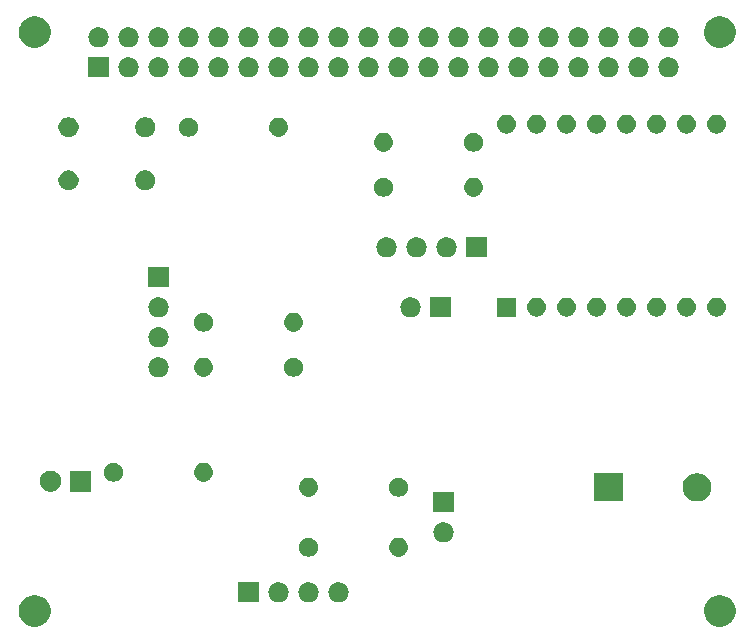
<source format=gbs>
G04 #@! TF.GenerationSoftware,KiCad,Pcbnew,(5.1.0)-1*
G04 #@! TF.CreationDate,2019-05-01T11:47:09-07:00*
G04 #@! TF.ProjectId,Lec18-PCB_kicad,4c656331-382d-4504-9342-5f6b69636164,rev?*
G04 #@! TF.SameCoordinates,Original*
G04 #@! TF.FileFunction,Soldermask,Bot*
G04 #@! TF.FilePolarity,Negative*
%FSLAX46Y46*%
G04 Gerber Fmt 4.6, Leading zero omitted, Abs format (unit mm)*
G04 Created by KiCad (PCBNEW (5.1.0)-1) date 2019-05-01 11:47:09*
%MOMM*%
%LPD*%
G04 APERTURE LIST*
%ADD10C,0.150000*%
G04 APERTURE END LIST*
D10*
G36*
X133623779Y-98211879D02*
G01*
X133869463Y-98313645D01*
X133869465Y-98313646D01*
X134090575Y-98461387D01*
X134278613Y-98649425D01*
X134357643Y-98767701D01*
X134426355Y-98870537D01*
X134528121Y-99116221D01*
X134580000Y-99377035D01*
X134580000Y-99642965D01*
X134528121Y-99903779D01*
X134426355Y-100149463D01*
X134426354Y-100149465D01*
X134278613Y-100370575D01*
X134090575Y-100558613D01*
X133869465Y-100706354D01*
X133869464Y-100706355D01*
X133869463Y-100706355D01*
X133623779Y-100808121D01*
X133362965Y-100860000D01*
X133097035Y-100860000D01*
X132836221Y-100808121D01*
X132590537Y-100706355D01*
X132590536Y-100706355D01*
X132590535Y-100706354D01*
X132369425Y-100558613D01*
X132181387Y-100370575D01*
X132033646Y-100149465D01*
X132033645Y-100149463D01*
X131931879Y-99903779D01*
X131880000Y-99642965D01*
X131880000Y-99377035D01*
X131931879Y-99116221D01*
X132033645Y-98870537D01*
X132102358Y-98767701D01*
X132181387Y-98649425D01*
X132369425Y-98461387D01*
X132590535Y-98313646D01*
X132590537Y-98313645D01*
X132836221Y-98211879D01*
X133097035Y-98160000D01*
X133362965Y-98160000D01*
X133623779Y-98211879D01*
X133623779Y-98211879D01*
G37*
G36*
X75623779Y-98211879D02*
G01*
X75869463Y-98313645D01*
X75869465Y-98313646D01*
X76090575Y-98461387D01*
X76278613Y-98649425D01*
X76357643Y-98767701D01*
X76426355Y-98870537D01*
X76528121Y-99116221D01*
X76580000Y-99377035D01*
X76580000Y-99642965D01*
X76528121Y-99903779D01*
X76426355Y-100149463D01*
X76426354Y-100149465D01*
X76278613Y-100370575D01*
X76090575Y-100558613D01*
X75869465Y-100706354D01*
X75869464Y-100706355D01*
X75869463Y-100706355D01*
X75623779Y-100808121D01*
X75362965Y-100860000D01*
X75097035Y-100860000D01*
X74836221Y-100808121D01*
X74590537Y-100706355D01*
X74590536Y-100706355D01*
X74590535Y-100706354D01*
X74369425Y-100558613D01*
X74181387Y-100370575D01*
X74033646Y-100149465D01*
X74033645Y-100149463D01*
X73931879Y-99903779D01*
X73880000Y-99642965D01*
X73880000Y-99377035D01*
X73931879Y-99116221D01*
X74033645Y-98870537D01*
X74102358Y-98767701D01*
X74181387Y-98649425D01*
X74369425Y-98461387D01*
X74590535Y-98313646D01*
X74590537Y-98313645D01*
X74836221Y-98211879D01*
X75097035Y-98160000D01*
X75362965Y-98160000D01*
X75623779Y-98211879D01*
X75623779Y-98211879D01*
G37*
G36*
X101106627Y-97092299D02*
G01*
X101186742Y-97116602D01*
X101266855Y-97140903D01*
X101266857Y-97140904D01*
X101414518Y-97219831D01*
X101543949Y-97326051D01*
X101650169Y-97455482D01*
X101729096Y-97603143D01*
X101777701Y-97763373D01*
X101794112Y-97930000D01*
X101777701Y-98096627D01*
X101729096Y-98256857D01*
X101650169Y-98404518D01*
X101543949Y-98533949D01*
X101414518Y-98640169D01*
X101397201Y-98649425D01*
X101266855Y-98719097D01*
X101186742Y-98743398D01*
X101106627Y-98767701D01*
X100981752Y-98780000D01*
X100898248Y-98780000D01*
X100773373Y-98767701D01*
X100693258Y-98743398D01*
X100613145Y-98719097D01*
X100482799Y-98649425D01*
X100465482Y-98640169D01*
X100336051Y-98533949D01*
X100229831Y-98404518D01*
X100150904Y-98256857D01*
X100102299Y-98096627D01*
X100085888Y-97930000D01*
X100102299Y-97763373D01*
X100150904Y-97603143D01*
X100229831Y-97455482D01*
X100336051Y-97326051D01*
X100465482Y-97219831D01*
X100613143Y-97140904D01*
X100613145Y-97140903D01*
X100693258Y-97116602D01*
X100773373Y-97092299D01*
X100898248Y-97080000D01*
X100981752Y-97080000D01*
X101106627Y-97092299D01*
X101106627Y-97092299D01*
G37*
G36*
X98566627Y-97092299D02*
G01*
X98646742Y-97116602D01*
X98726855Y-97140903D01*
X98726857Y-97140904D01*
X98874518Y-97219831D01*
X99003949Y-97326051D01*
X99110169Y-97455482D01*
X99189096Y-97603143D01*
X99237701Y-97763373D01*
X99254112Y-97930000D01*
X99237701Y-98096627D01*
X99189096Y-98256857D01*
X99110169Y-98404518D01*
X99003949Y-98533949D01*
X98874518Y-98640169D01*
X98857201Y-98649425D01*
X98726855Y-98719097D01*
X98646742Y-98743398D01*
X98566627Y-98767701D01*
X98441752Y-98780000D01*
X98358248Y-98780000D01*
X98233373Y-98767701D01*
X98153258Y-98743398D01*
X98073145Y-98719097D01*
X97942799Y-98649425D01*
X97925482Y-98640169D01*
X97796051Y-98533949D01*
X97689831Y-98404518D01*
X97610904Y-98256857D01*
X97562299Y-98096627D01*
X97545888Y-97930000D01*
X97562299Y-97763373D01*
X97610904Y-97603143D01*
X97689831Y-97455482D01*
X97796051Y-97326051D01*
X97925482Y-97219831D01*
X98073143Y-97140904D01*
X98073145Y-97140903D01*
X98153258Y-97116602D01*
X98233373Y-97092299D01*
X98358248Y-97080000D01*
X98441752Y-97080000D01*
X98566627Y-97092299D01*
X98566627Y-97092299D01*
G37*
G36*
X96026627Y-97092299D02*
G01*
X96106742Y-97116602D01*
X96186855Y-97140903D01*
X96186857Y-97140904D01*
X96334518Y-97219831D01*
X96463949Y-97326051D01*
X96570169Y-97455482D01*
X96649096Y-97603143D01*
X96697701Y-97763373D01*
X96714112Y-97930000D01*
X96697701Y-98096627D01*
X96649096Y-98256857D01*
X96570169Y-98404518D01*
X96463949Y-98533949D01*
X96334518Y-98640169D01*
X96317201Y-98649425D01*
X96186855Y-98719097D01*
X96106742Y-98743398D01*
X96026627Y-98767701D01*
X95901752Y-98780000D01*
X95818248Y-98780000D01*
X95693373Y-98767701D01*
X95613258Y-98743398D01*
X95533145Y-98719097D01*
X95402799Y-98649425D01*
X95385482Y-98640169D01*
X95256051Y-98533949D01*
X95149831Y-98404518D01*
X95070904Y-98256857D01*
X95022299Y-98096627D01*
X95005888Y-97930000D01*
X95022299Y-97763373D01*
X95070904Y-97603143D01*
X95149831Y-97455482D01*
X95256051Y-97326051D01*
X95385482Y-97219831D01*
X95533143Y-97140904D01*
X95533145Y-97140903D01*
X95613258Y-97116602D01*
X95693373Y-97092299D01*
X95818248Y-97080000D01*
X95901752Y-97080000D01*
X96026627Y-97092299D01*
X96026627Y-97092299D01*
G37*
G36*
X94170000Y-98780000D02*
G01*
X92470000Y-98780000D01*
X92470000Y-97080000D01*
X94170000Y-97080000D01*
X94170000Y-98780000D01*
X94170000Y-98780000D01*
G37*
G36*
X98633351Y-93350743D02*
G01*
X98778941Y-93411048D01*
X98909970Y-93498599D01*
X99021401Y-93610030D01*
X99108952Y-93741059D01*
X99169257Y-93886649D01*
X99200000Y-94041206D01*
X99200000Y-94198794D01*
X99169257Y-94353351D01*
X99108952Y-94498941D01*
X99021401Y-94629970D01*
X98909970Y-94741401D01*
X98778941Y-94828952D01*
X98633351Y-94889257D01*
X98478794Y-94920000D01*
X98321206Y-94920000D01*
X98166649Y-94889257D01*
X98021059Y-94828952D01*
X97890030Y-94741401D01*
X97778599Y-94629970D01*
X97691048Y-94498941D01*
X97630743Y-94353351D01*
X97600000Y-94198794D01*
X97600000Y-94041206D01*
X97630743Y-93886649D01*
X97691048Y-93741059D01*
X97778599Y-93610030D01*
X97890030Y-93498599D01*
X98021059Y-93411048D01*
X98166649Y-93350743D01*
X98321206Y-93320000D01*
X98478794Y-93320000D01*
X98633351Y-93350743D01*
X98633351Y-93350743D01*
G37*
G36*
X106098471Y-93323859D02*
G01*
X106176827Y-93331576D01*
X106327628Y-93377321D01*
X106327630Y-93377322D01*
X106466605Y-93451606D01*
X106588422Y-93551578D01*
X106688394Y-93673395D01*
X106724561Y-93741058D01*
X106762679Y-93812372D01*
X106808424Y-93963173D01*
X106823870Y-94120000D01*
X106808424Y-94276827D01*
X106762679Y-94427628D01*
X106762678Y-94427630D01*
X106688394Y-94566605D01*
X106588422Y-94688422D01*
X106466605Y-94788394D01*
X106327630Y-94862678D01*
X106327628Y-94862679D01*
X106176827Y-94908424D01*
X106098471Y-94916141D01*
X106059294Y-94920000D01*
X105980706Y-94920000D01*
X105941529Y-94916141D01*
X105863173Y-94908424D01*
X105712372Y-94862679D01*
X105712370Y-94862678D01*
X105573395Y-94788394D01*
X105451578Y-94688422D01*
X105351606Y-94566605D01*
X105277322Y-94427630D01*
X105277321Y-94427628D01*
X105231576Y-94276827D01*
X105216130Y-94120000D01*
X105231576Y-93963173D01*
X105277321Y-93812372D01*
X105315439Y-93741058D01*
X105351606Y-93673395D01*
X105451578Y-93551578D01*
X105573395Y-93451606D01*
X105712370Y-93377322D01*
X105712372Y-93377321D01*
X105863173Y-93331576D01*
X105941529Y-93323859D01*
X105980706Y-93320000D01*
X106059294Y-93320000D01*
X106098471Y-93323859D01*
X106098471Y-93323859D01*
G37*
G36*
X109996627Y-92012299D02*
G01*
X110076742Y-92036601D01*
X110156855Y-92060903D01*
X110156857Y-92060904D01*
X110304518Y-92139831D01*
X110433949Y-92246051D01*
X110540169Y-92375482D01*
X110619096Y-92523143D01*
X110667701Y-92683373D01*
X110684112Y-92850000D01*
X110667701Y-93016627D01*
X110619096Y-93176857D01*
X110540169Y-93324518D01*
X110433949Y-93453949D01*
X110304518Y-93560169D01*
X110211235Y-93610030D01*
X110156855Y-93639097D01*
X110076742Y-93663398D01*
X109996627Y-93687701D01*
X109871752Y-93700000D01*
X109788248Y-93700000D01*
X109663373Y-93687701D01*
X109583258Y-93663398D01*
X109503145Y-93639097D01*
X109448765Y-93610030D01*
X109355482Y-93560169D01*
X109226051Y-93453949D01*
X109119831Y-93324518D01*
X109040904Y-93176857D01*
X108992299Y-93016627D01*
X108975888Y-92850000D01*
X108992299Y-92683373D01*
X109040904Y-92523143D01*
X109119831Y-92375482D01*
X109226051Y-92246051D01*
X109355482Y-92139831D01*
X109503143Y-92060904D01*
X109503145Y-92060903D01*
X109583258Y-92036601D01*
X109663373Y-92012299D01*
X109788248Y-92000000D01*
X109871752Y-92000000D01*
X109996627Y-92012299D01*
X109996627Y-92012299D01*
G37*
G36*
X110680000Y-91160000D02*
G01*
X108980000Y-91160000D01*
X108980000Y-89460000D01*
X110680000Y-89460000D01*
X110680000Y-91160000D01*
X110680000Y-91160000D01*
G37*
G36*
X131650026Y-87886115D02*
G01*
X131824257Y-87958284D01*
X131868413Y-87976574D01*
X132064955Y-88107899D01*
X132232101Y-88275045D01*
X132344563Y-88443356D01*
X132363427Y-88471589D01*
X132453885Y-88689974D01*
X132500000Y-88921809D01*
X132500000Y-89158191D01*
X132453885Y-89390026D01*
X132413880Y-89486606D01*
X132363426Y-89608413D01*
X132232101Y-89804955D01*
X132064955Y-89972101D01*
X131868413Y-90103426D01*
X131868412Y-90103427D01*
X131868411Y-90103427D01*
X131650026Y-90193885D01*
X131418191Y-90240000D01*
X131181809Y-90240000D01*
X130949974Y-90193885D01*
X130731589Y-90103427D01*
X130731588Y-90103427D01*
X130731587Y-90103426D01*
X130535045Y-89972101D01*
X130367899Y-89804955D01*
X130236574Y-89608413D01*
X130186120Y-89486606D01*
X130146115Y-89390026D01*
X130100000Y-89158191D01*
X130100000Y-88921809D01*
X130146115Y-88689974D01*
X130236573Y-88471589D01*
X130255438Y-88443356D01*
X130367899Y-88275045D01*
X130535045Y-88107899D01*
X130731587Y-87976574D01*
X130775743Y-87958284D01*
X130949974Y-87886115D01*
X131181809Y-87840000D01*
X131418191Y-87840000D01*
X131650026Y-87886115D01*
X131650026Y-87886115D01*
G37*
G36*
X125000000Y-90240000D02*
G01*
X122600000Y-90240000D01*
X122600000Y-87840000D01*
X125000000Y-87840000D01*
X125000000Y-90240000D01*
X125000000Y-90240000D01*
G37*
G36*
X98478471Y-88243859D02*
G01*
X98556827Y-88251576D01*
X98707628Y-88297321D01*
X98707630Y-88297322D01*
X98846605Y-88371606D01*
X98968422Y-88471578D01*
X99068394Y-88593395D01*
X99082959Y-88620644D01*
X99142679Y-88732372D01*
X99188424Y-88883173D01*
X99203870Y-89040000D01*
X99188424Y-89196827D01*
X99142679Y-89347628D01*
X99142678Y-89347630D01*
X99068394Y-89486605D01*
X98968422Y-89608422D01*
X98846605Y-89708394D01*
X98707630Y-89782678D01*
X98707628Y-89782679D01*
X98556827Y-89828424D01*
X98478471Y-89836141D01*
X98439294Y-89840000D01*
X98360706Y-89840000D01*
X98321529Y-89836141D01*
X98243173Y-89828424D01*
X98092372Y-89782679D01*
X98092370Y-89782678D01*
X97953395Y-89708394D01*
X97831578Y-89608422D01*
X97731606Y-89486605D01*
X97657322Y-89347630D01*
X97657321Y-89347628D01*
X97611576Y-89196827D01*
X97596130Y-89040000D01*
X97611576Y-88883173D01*
X97657321Y-88732372D01*
X97717041Y-88620644D01*
X97731606Y-88593395D01*
X97831578Y-88471578D01*
X97953395Y-88371606D01*
X98092370Y-88297322D01*
X98092372Y-88297321D01*
X98243173Y-88251576D01*
X98321529Y-88243859D01*
X98360706Y-88240000D01*
X98439294Y-88240000D01*
X98478471Y-88243859D01*
X98478471Y-88243859D01*
G37*
G36*
X106253351Y-88270743D02*
G01*
X106398941Y-88331048D01*
X106529970Y-88418599D01*
X106641401Y-88530030D01*
X106728952Y-88661059D01*
X106789257Y-88806649D01*
X106820000Y-88961206D01*
X106820000Y-89118794D01*
X106789257Y-89273351D01*
X106728952Y-89418941D01*
X106641401Y-89549970D01*
X106529970Y-89661401D01*
X106398941Y-89748952D01*
X106253351Y-89809257D01*
X106098794Y-89840000D01*
X105941206Y-89840000D01*
X105786649Y-89809257D01*
X105641059Y-89748952D01*
X105510030Y-89661401D01*
X105398599Y-89549970D01*
X105311048Y-89418941D01*
X105250743Y-89273351D01*
X105220000Y-89118794D01*
X105220000Y-88961206D01*
X105250743Y-88806649D01*
X105311048Y-88661059D01*
X105398599Y-88530030D01*
X105510030Y-88418599D01*
X105641059Y-88331048D01*
X105786649Y-88270743D01*
X105941206Y-88240000D01*
X106098794Y-88240000D01*
X106253351Y-88270743D01*
X106253351Y-88270743D01*
G37*
G36*
X76818520Y-87666586D02*
G01*
X76877961Y-87691207D01*
X76982310Y-87734430D01*
X77129717Y-87832924D01*
X77255076Y-87958283D01*
X77334821Y-88077630D01*
X77353571Y-88105692D01*
X77421414Y-88269480D01*
X77456000Y-88443356D01*
X77456000Y-88620644D01*
X77442209Y-88689974D01*
X77421414Y-88794520D01*
X77353570Y-88958310D01*
X77255076Y-89105717D01*
X77129717Y-89231076D01*
X76982310Y-89329570D01*
X76982309Y-89329571D01*
X76982308Y-89329571D01*
X76818520Y-89397414D01*
X76644644Y-89432000D01*
X76467356Y-89432000D01*
X76293480Y-89397414D01*
X76129692Y-89329571D01*
X76129691Y-89329571D01*
X76129690Y-89329570D01*
X75982283Y-89231076D01*
X75856924Y-89105717D01*
X75758430Y-88958310D01*
X75690586Y-88794520D01*
X75669791Y-88689974D01*
X75656000Y-88620644D01*
X75656000Y-88443356D01*
X75690586Y-88269480D01*
X75758429Y-88105692D01*
X75777179Y-88077630D01*
X75856924Y-87958283D01*
X75982283Y-87832924D01*
X76129690Y-87734430D01*
X76234040Y-87691207D01*
X76293480Y-87666586D01*
X76467356Y-87632000D01*
X76644644Y-87632000D01*
X76818520Y-87666586D01*
X76818520Y-87666586D01*
G37*
G36*
X79996000Y-89432000D02*
G01*
X78196000Y-89432000D01*
X78196000Y-87632000D01*
X79996000Y-87632000D01*
X79996000Y-89432000D01*
X79996000Y-89432000D01*
G37*
G36*
X89588471Y-86973859D02*
G01*
X89666827Y-86981576D01*
X89817628Y-87027321D01*
X89817630Y-87027322D01*
X89956605Y-87101606D01*
X89956607Y-87101607D01*
X89956606Y-87101607D01*
X90078422Y-87201578D01*
X90178393Y-87323394D01*
X90252679Y-87462372D01*
X90298424Y-87613173D01*
X90313870Y-87770000D01*
X90298424Y-87926827D01*
X90252679Y-88077628D01*
X90252678Y-88077630D01*
X90178394Y-88216605D01*
X90078422Y-88338422D01*
X89956605Y-88438394D01*
X89817630Y-88512678D01*
X89817628Y-88512679D01*
X89666827Y-88558424D01*
X89588471Y-88566141D01*
X89549294Y-88570000D01*
X89470706Y-88570000D01*
X89431529Y-88566141D01*
X89353173Y-88558424D01*
X89202372Y-88512679D01*
X89202370Y-88512678D01*
X89063395Y-88438394D01*
X88941578Y-88338422D01*
X88841606Y-88216605D01*
X88767322Y-88077630D01*
X88767321Y-88077628D01*
X88721576Y-87926827D01*
X88706130Y-87770000D01*
X88721576Y-87613173D01*
X88767321Y-87462372D01*
X88841607Y-87323394D01*
X88941578Y-87201578D01*
X89063394Y-87101607D01*
X89063393Y-87101607D01*
X89063395Y-87101606D01*
X89202370Y-87027322D01*
X89202372Y-87027321D01*
X89353173Y-86981576D01*
X89431529Y-86973859D01*
X89470706Y-86970000D01*
X89549294Y-86970000D01*
X89588471Y-86973859D01*
X89588471Y-86973859D01*
G37*
G36*
X82123351Y-87000743D02*
G01*
X82268941Y-87061048D01*
X82399970Y-87148599D01*
X82511401Y-87260030D01*
X82598952Y-87391059D01*
X82659257Y-87536649D01*
X82690000Y-87691206D01*
X82690000Y-87848794D01*
X82659257Y-88003351D01*
X82598952Y-88148941D01*
X82511401Y-88279970D01*
X82399970Y-88391401D01*
X82268941Y-88478952D01*
X82123351Y-88539257D01*
X81968794Y-88570000D01*
X81811206Y-88570000D01*
X81656649Y-88539257D01*
X81511059Y-88478952D01*
X81380030Y-88391401D01*
X81268599Y-88279970D01*
X81181048Y-88148941D01*
X81120743Y-88003351D01*
X81090000Y-87848794D01*
X81090000Y-87691206D01*
X81120743Y-87536649D01*
X81181048Y-87391059D01*
X81268599Y-87260030D01*
X81380030Y-87148599D01*
X81511059Y-87061048D01*
X81656649Y-87000743D01*
X81811206Y-86970000D01*
X81968794Y-86970000D01*
X82123351Y-87000743D01*
X82123351Y-87000743D01*
G37*
G36*
X85866627Y-78042299D02*
G01*
X85946742Y-78066601D01*
X86026855Y-78090903D01*
X86026857Y-78090904D01*
X86174518Y-78169831D01*
X86303949Y-78276051D01*
X86410168Y-78405481D01*
X86489097Y-78553145D01*
X86494929Y-78572372D01*
X86537701Y-78713373D01*
X86554112Y-78880000D01*
X86537701Y-79046627D01*
X86537700Y-79046629D01*
X86494929Y-79187630D01*
X86489096Y-79206857D01*
X86410169Y-79354518D01*
X86303949Y-79483949D01*
X86174518Y-79590169D01*
X86113698Y-79622678D01*
X86026855Y-79669097D01*
X85946742Y-79693398D01*
X85866627Y-79717701D01*
X85741752Y-79730000D01*
X85658248Y-79730000D01*
X85533373Y-79717701D01*
X85453258Y-79693399D01*
X85373145Y-79669097D01*
X85286302Y-79622678D01*
X85225482Y-79590169D01*
X85096051Y-79483949D01*
X84989831Y-79354518D01*
X84910904Y-79206857D01*
X84905072Y-79187630D01*
X84862300Y-79046629D01*
X84862299Y-79046627D01*
X84845888Y-78880000D01*
X84862299Y-78713373D01*
X84905071Y-78572372D01*
X84910903Y-78553145D01*
X84989832Y-78405481D01*
X85096051Y-78276051D01*
X85225482Y-78169831D01*
X85373143Y-78090904D01*
X85373145Y-78090903D01*
X85453258Y-78066601D01*
X85533373Y-78042299D01*
X85658248Y-78030000D01*
X85741752Y-78030000D01*
X85866627Y-78042299D01*
X85866627Y-78042299D01*
G37*
G36*
X97363351Y-78110743D02*
G01*
X97508941Y-78171048D01*
X97639970Y-78258599D01*
X97751401Y-78370030D01*
X97838952Y-78501059D01*
X97899257Y-78646649D01*
X97930000Y-78801206D01*
X97930000Y-78958794D01*
X97899257Y-79113351D01*
X97838952Y-79258941D01*
X97751401Y-79389970D01*
X97639970Y-79501401D01*
X97508941Y-79588952D01*
X97363351Y-79649257D01*
X97208794Y-79680000D01*
X97051206Y-79680000D01*
X96896649Y-79649257D01*
X96751059Y-79588952D01*
X96620030Y-79501401D01*
X96508599Y-79389970D01*
X96421048Y-79258941D01*
X96360743Y-79113351D01*
X96330000Y-78958794D01*
X96330000Y-78801206D01*
X96360743Y-78646649D01*
X96421048Y-78501059D01*
X96508599Y-78370030D01*
X96620030Y-78258599D01*
X96751059Y-78171048D01*
X96896649Y-78110743D01*
X97051206Y-78080000D01*
X97208794Y-78080000D01*
X97363351Y-78110743D01*
X97363351Y-78110743D01*
G37*
G36*
X89588471Y-78083859D02*
G01*
X89666827Y-78091576D01*
X89817628Y-78137321D01*
X89817630Y-78137322D01*
X89956605Y-78211606D01*
X90078422Y-78311578D01*
X90155487Y-78405482D01*
X90178393Y-78433394D01*
X90252679Y-78572372D01*
X90298424Y-78723173D01*
X90313870Y-78880000D01*
X90298424Y-79036827D01*
X90252679Y-79187628D01*
X90252678Y-79187630D01*
X90178394Y-79326605D01*
X90078422Y-79448422D01*
X89956605Y-79548394D01*
X89817630Y-79622678D01*
X89817628Y-79622679D01*
X89666827Y-79668424D01*
X89588471Y-79676141D01*
X89549294Y-79680000D01*
X89470706Y-79680000D01*
X89431529Y-79676141D01*
X89353173Y-79668424D01*
X89202372Y-79622679D01*
X89202370Y-79622678D01*
X89063395Y-79548394D01*
X88941578Y-79448422D01*
X88841606Y-79326605D01*
X88767322Y-79187630D01*
X88767321Y-79187628D01*
X88721576Y-79036827D01*
X88706130Y-78880000D01*
X88721576Y-78723173D01*
X88767321Y-78572372D01*
X88841607Y-78433394D01*
X88864514Y-78405482D01*
X88941578Y-78311578D01*
X89063395Y-78211606D01*
X89202370Y-78137322D01*
X89202372Y-78137321D01*
X89353173Y-78091576D01*
X89431529Y-78083859D01*
X89470706Y-78080000D01*
X89549294Y-78080000D01*
X89588471Y-78083859D01*
X89588471Y-78083859D01*
G37*
G36*
X85866627Y-75502299D02*
G01*
X85913791Y-75516606D01*
X86026855Y-75550903D01*
X86026857Y-75550904D01*
X86174518Y-75629831D01*
X86303949Y-75736051D01*
X86410169Y-75865482D01*
X86489096Y-76013143D01*
X86537701Y-76173373D01*
X86554112Y-76340000D01*
X86537701Y-76506627D01*
X86489096Y-76666857D01*
X86410169Y-76814518D01*
X86303949Y-76943949D01*
X86174518Y-77050169D01*
X86026857Y-77129096D01*
X86026855Y-77129097D01*
X85946742Y-77153399D01*
X85866627Y-77177701D01*
X85741752Y-77190000D01*
X85658248Y-77190000D01*
X85533373Y-77177701D01*
X85453258Y-77153399D01*
X85373145Y-77129097D01*
X85373143Y-77129096D01*
X85225482Y-77050169D01*
X85096051Y-76943949D01*
X84989831Y-76814518D01*
X84910904Y-76666857D01*
X84862299Y-76506627D01*
X84845888Y-76340000D01*
X84862299Y-76173373D01*
X84910904Y-76013143D01*
X84989831Y-75865482D01*
X85096051Y-75736051D01*
X85225482Y-75629831D01*
X85373143Y-75550904D01*
X85373145Y-75550903D01*
X85486209Y-75516606D01*
X85533373Y-75502299D01*
X85658248Y-75490000D01*
X85741752Y-75490000D01*
X85866627Y-75502299D01*
X85866627Y-75502299D01*
G37*
G36*
X97208471Y-74273859D02*
G01*
X97286827Y-74281576D01*
X97437628Y-74327321D01*
X97437630Y-74327322D01*
X97576605Y-74401606D01*
X97698422Y-74501578D01*
X97798394Y-74623395D01*
X97834561Y-74691058D01*
X97872679Y-74762372D01*
X97918424Y-74913173D01*
X97933870Y-75070000D01*
X97918424Y-75226827D01*
X97872679Y-75377628D01*
X97872678Y-75377630D01*
X97798394Y-75516605D01*
X97698422Y-75638422D01*
X97576605Y-75738394D01*
X97437630Y-75812678D01*
X97437628Y-75812679D01*
X97286827Y-75858424D01*
X97215165Y-75865482D01*
X97169294Y-75870000D01*
X97090706Y-75870000D01*
X97044835Y-75865482D01*
X96973173Y-75858424D01*
X96822372Y-75812679D01*
X96822370Y-75812678D01*
X96683395Y-75738394D01*
X96561578Y-75638422D01*
X96461606Y-75516605D01*
X96387322Y-75377630D01*
X96387321Y-75377628D01*
X96341576Y-75226827D01*
X96326130Y-75070000D01*
X96341576Y-74913173D01*
X96387321Y-74762372D01*
X96425439Y-74691058D01*
X96461606Y-74623395D01*
X96561578Y-74501578D01*
X96683395Y-74401606D01*
X96822370Y-74327322D01*
X96822372Y-74327321D01*
X96973173Y-74281576D01*
X97051529Y-74273859D01*
X97090706Y-74270000D01*
X97169294Y-74270000D01*
X97208471Y-74273859D01*
X97208471Y-74273859D01*
G37*
G36*
X89743351Y-74300743D02*
G01*
X89888941Y-74361048D01*
X90019970Y-74448599D01*
X90131401Y-74560030D01*
X90218952Y-74691059D01*
X90279257Y-74836649D01*
X90310000Y-74991206D01*
X90310000Y-75148794D01*
X90279257Y-75303351D01*
X90218952Y-75448941D01*
X90131401Y-75579970D01*
X90019970Y-75691401D01*
X89888941Y-75778952D01*
X89743351Y-75839257D01*
X89588794Y-75870000D01*
X89431206Y-75870000D01*
X89276649Y-75839257D01*
X89131059Y-75778952D01*
X89000030Y-75691401D01*
X88888599Y-75579970D01*
X88801048Y-75448941D01*
X88740743Y-75303351D01*
X88710000Y-75148794D01*
X88710000Y-74991206D01*
X88740743Y-74836649D01*
X88801048Y-74691059D01*
X88888599Y-74560030D01*
X89000030Y-74448599D01*
X89131059Y-74361048D01*
X89276649Y-74300743D01*
X89431206Y-74270000D01*
X89588794Y-74270000D01*
X89743351Y-74300743D01*
X89743351Y-74300743D01*
G37*
G36*
X85866627Y-72962299D02*
G01*
X85946742Y-72986601D01*
X86026855Y-73010903D01*
X86026857Y-73010904D01*
X86174518Y-73089831D01*
X86303949Y-73196051D01*
X86410169Y-73325482D01*
X86489096Y-73473143D01*
X86489097Y-73473145D01*
X86493109Y-73486372D01*
X86537701Y-73633373D01*
X86554112Y-73800000D01*
X86537701Y-73966627D01*
X86537700Y-73966629D01*
X86496749Y-74101630D01*
X86489096Y-74126857D01*
X86410169Y-74274518D01*
X86303949Y-74403949D01*
X86174518Y-74510169D01*
X86081235Y-74560030D01*
X86026855Y-74589097D01*
X85946742Y-74613399D01*
X85866627Y-74637701D01*
X85741752Y-74650000D01*
X85658248Y-74650000D01*
X85533373Y-74637701D01*
X85453258Y-74613399D01*
X85373145Y-74589097D01*
X85318765Y-74560030D01*
X85225482Y-74510169D01*
X85096051Y-74403949D01*
X84989831Y-74274518D01*
X84910904Y-74126857D01*
X84903252Y-74101630D01*
X84862300Y-73966629D01*
X84862299Y-73966627D01*
X84845888Y-73800000D01*
X84862299Y-73633373D01*
X84906891Y-73486372D01*
X84910903Y-73473145D01*
X84910904Y-73473143D01*
X84989831Y-73325482D01*
X85096051Y-73196051D01*
X85225482Y-73089831D01*
X85373143Y-73010904D01*
X85373145Y-73010903D01*
X85453258Y-72986602D01*
X85533373Y-72962299D01*
X85658248Y-72950000D01*
X85741752Y-72950000D01*
X85866627Y-72962299D01*
X85866627Y-72962299D01*
G37*
G36*
X107202627Y-72962299D02*
G01*
X107282742Y-72986601D01*
X107362855Y-73010903D01*
X107362857Y-73010904D01*
X107510518Y-73089831D01*
X107639949Y-73196051D01*
X107746169Y-73325482D01*
X107825096Y-73473143D01*
X107825097Y-73473145D01*
X107829109Y-73486372D01*
X107873701Y-73633373D01*
X107890112Y-73800000D01*
X107873701Y-73966627D01*
X107873700Y-73966629D01*
X107832749Y-74101630D01*
X107825096Y-74126857D01*
X107746169Y-74274518D01*
X107639949Y-74403949D01*
X107510518Y-74510169D01*
X107417235Y-74560030D01*
X107362855Y-74589097D01*
X107282742Y-74613399D01*
X107202627Y-74637701D01*
X107077752Y-74650000D01*
X106994248Y-74650000D01*
X106869373Y-74637701D01*
X106789258Y-74613399D01*
X106709145Y-74589097D01*
X106654765Y-74560030D01*
X106561482Y-74510169D01*
X106432051Y-74403949D01*
X106325831Y-74274518D01*
X106246904Y-74126857D01*
X106239252Y-74101630D01*
X106198300Y-73966629D01*
X106198299Y-73966627D01*
X106181888Y-73800000D01*
X106198299Y-73633373D01*
X106242891Y-73486372D01*
X106246903Y-73473145D01*
X106246904Y-73473143D01*
X106325831Y-73325482D01*
X106432051Y-73196051D01*
X106561482Y-73089831D01*
X106709143Y-73010904D01*
X106709145Y-73010903D01*
X106789258Y-72986602D01*
X106869373Y-72962299D01*
X106994248Y-72950000D01*
X107077752Y-72950000D01*
X107202627Y-72962299D01*
X107202627Y-72962299D01*
G37*
G36*
X110426000Y-74650000D02*
G01*
X108726000Y-74650000D01*
X108726000Y-72950000D01*
X110426000Y-72950000D01*
X110426000Y-74650000D01*
X110426000Y-74650000D01*
G37*
G36*
X133018471Y-72997859D02*
G01*
X133096827Y-73005576D01*
X133247628Y-73051321D01*
X133247630Y-73051322D01*
X133386605Y-73125606D01*
X133508422Y-73225578D01*
X133590411Y-73325482D01*
X133608393Y-73347394D01*
X133682679Y-73486372D01*
X133728424Y-73637173D01*
X133743870Y-73794000D01*
X133728424Y-73950827D01*
X133682679Y-74101628D01*
X133682678Y-74101630D01*
X133608394Y-74240605D01*
X133508422Y-74362422D01*
X133386605Y-74462394D01*
X133247630Y-74536678D01*
X133247628Y-74536679D01*
X133096827Y-74582424D01*
X133029074Y-74589097D01*
X132979294Y-74594000D01*
X132900706Y-74594000D01*
X132850926Y-74589097D01*
X132783173Y-74582424D01*
X132632372Y-74536679D01*
X132632370Y-74536678D01*
X132493395Y-74462394D01*
X132371578Y-74362422D01*
X132271606Y-74240605D01*
X132197322Y-74101630D01*
X132197321Y-74101628D01*
X132151576Y-73950827D01*
X132136130Y-73794000D01*
X132151576Y-73637173D01*
X132197321Y-73486372D01*
X132271607Y-73347394D01*
X132289590Y-73325482D01*
X132371578Y-73225578D01*
X132493395Y-73125606D01*
X132632370Y-73051322D01*
X132632372Y-73051321D01*
X132783173Y-73005576D01*
X132861529Y-72997859D01*
X132900706Y-72994000D01*
X132979294Y-72994000D01*
X133018471Y-72997859D01*
X133018471Y-72997859D01*
G37*
G36*
X115960000Y-74594000D02*
G01*
X114360000Y-74594000D01*
X114360000Y-72994000D01*
X115960000Y-72994000D01*
X115960000Y-74594000D01*
X115960000Y-74594000D01*
G37*
G36*
X117778471Y-72997859D02*
G01*
X117856827Y-73005576D01*
X118007628Y-73051321D01*
X118007630Y-73051322D01*
X118146605Y-73125606D01*
X118268422Y-73225578D01*
X118350411Y-73325482D01*
X118368393Y-73347394D01*
X118442679Y-73486372D01*
X118488424Y-73637173D01*
X118503870Y-73794000D01*
X118488424Y-73950827D01*
X118442679Y-74101628D01*
X118442678Y-74101630D01*
X118368394Y-74240605D01*
X118268422Y-74362422D01*
X118146605Y-74462394D01*
X118007630Y-74536678D01*
X118007628Y-74536679D01*
X117856827Y-74582424D01*
X117789074Y-74589097D01*
X117739294Y-74594000D01*
X117660706Y-74594000D01*
X117610926Y-74589097D01*
X117543173Y-74582424D01*
X117392372Y-74536679D01*
X117392370Y-74536678D01*
X117253395Y-74462394D01*
X117131578Y-74362422D01*
X117031606Y-74240605D01*
X116957322Y-74101630D01*
X116957321Y-74101628D01*
X116911576Y-73950827D01*
X116896130Y-73794000D01*
X116911576Y-73637173D01*
X116957321Y-73486372D01*
X117031607Y-73347394D01*
X117049590Y-73325482D01*
X117131578Y-73225578D01*
X117253395Y-73125606D01*
X117392370Y-73051322D01*
X117392372Y-73051321D01*
X117543173Y-73005576D01*
X117621529Y-72997859D01*
X117660706Y-72994000D01*
X117739294Y-72994000D01*
X117778471Y-72997859D01*
X117778471Y-72997859D01*
G37*
G36*
X120318471Y-72997859D02*
G01*
X120396827Y-73005576D01*
X120547628Y-73051321D01*
X120547630Y-73051322D01*
X120686605Y-73125606D01*
X120808422Y-73225578D01*
X120890411Y-73325482D01*
X120908393Y-73347394D01*
X120982679Y-73486372D01*
X121028424Y-73637173D01*
X121043870Y-73794000D01*
X121028424Y-73950827D01*
X120982679Y-74101628D01*
X120982678Y-74101630D01*
X120908394Y-74240605D01*
X120808422Y-74362422D01*
X120686605Y-74462394D01*
X120547630Y-74536678D01*
X120547628Y-74536679D01*
X120396827Y-74582424D01*
X120329074Y-74589097D01*
X120279294Y-74594000D01*
X120200706Y-74594000D01*
X120150926Y-74589097D01*
X120083173Y-74582424D01*
X119932372Y-74536679D01*
X119932370Y-74536678D01*
X119793395Y-74462394D01*
X119671578Y-74362422D01*
X119571606Y-74240605D01*
X119497322Y-74101630D01*
X119497321Y-74101628D01*
X119451576Y-73950827D01*
X119436130Y-73794000D01*
X119451576Y-73637173D01*
X119497321Y-73486372D01*
X119571607Y-73347394D01*
X119589590Y-73325482D01*
X119671578Y-73225578D01*
X119793395Y-73125606D01*
X119932370Y-73051322D01*
X119932372Y-73051321D01*
X120083173Y-73005576D01*
X120161529Y-72997859D01*
X120200706Y-72994000D01*
X120279294Y-72994000D01*
X120318471Y-72997859D01*
X120318471Y-72997859D01*
G37*
G36*
X125398471Y-72997859D02*
G01*
X125476827Y-73005576D01*
X125627628Y-73051321D01*
X125627630Y-73051322D01*
X125766605Y-73125606D01*
X125888422Y-73225578D01*
X125970411Y-73325482D01*
X125988393Y-73347394D01*
X126062679Y-73486372D01*
X126108424Y-73637173D01*
X126123870Y-73794000D01*
X126108424Y-73950827D01*
X126062679Y-74101628D01*
X126062678Y-74101630D01*
X125988394Y-74240605D01*
X125888422Y-74362422D01*
X125766605Y-74462394D01*
X125627630Y-74536678D01*
X125627628Y-74536679D01*
X125476827Y-74582424D01*
X125409074Y-74589097D01*
X125359294Y-74594000D01*
X125280706Y-74594000D01*
X125230926Y-74589097D01*
X125163173Y-74582424D01*
X125012372Y-74536679D01*
X125012370Y-74536678D01*
X124873395Y-74462394D01*
X124751578Y-74362422D01*
X124651606Y-74240605D01*
X124577322Y-74101630D01*
X124577321Y-74101628D01*
X124531576Y-73950827D01*
X124516130Y-73794000D01*
X124531576Y-73637173D01*
X124577321Y-73486372D01*
X124651607Y-73347394D01*
X124669590Y-73325482D01*
X124751578Y-73225578D01*
X124873395Y-73125606D01*
X125012370Y-73051322D01*
X125012372Y-73051321D01*
X125163173Y-73005576D01*
X125241529Y-72997859D01*
X125280706Y-72994000D01*
X125359294Y-72994000D01*
X125398471Y-72997859D01*
X125398471Y-72997859D01*
G37*
G36*
X127938471Y-72997859D02*
G01*
X128016827Y-73005576D01*
X128167628Y-73051321D01*
X128167630Y-73051322D01*
X128306605Y-73125606D01*
X128428422Y-73225578D01*
X128510411Y-73325482D01*
X128528393Y-73347394D01*
X128602679Y-73486372D01*
X128648424Y-73637173D01*
X128663870Y-73794000D01*
X128648424Y-73950827D01*
X128602679Y-74101628D01*
X128602678Y-74101630D01*
X128528394Y-74240605D01*
X128428422Y-74362422D01*
X128306605Y-74462394D01*
X128167630Y-74536678D01*
X128167628Y-74536679D01*
X128016827Y-74582424D01*
X127949074Y-74589097D01*
X127899294Y-74594000D01*
X127820706Y-74594000D01*
X127770926Y-74589097D01*
X127703173Y-74582424D01*
X127552372Y-74536679D01*
X127552370Y-74536678D01*
X127413395Y-74462394D01*
X127291578Y-74362422D01*
X127191606Y-74240605D01*
X127117322Y-74101630D01*
X127117321Y-74101628D01*
X127071576Y-73950827D01*
X127056130Y-73794000D01*
X127071576Y-73637173D01*
X127117321Y-73486372D01*
X127191607Y-73347394D01*
X127209590Y-73325482D01*
X127291578Y-73225578D01*
X127413395Y-73125606D01*
X127552370Y-73051322D01*
X127552372Y-73051321D01*
X127703173Y-73005576D01*
X127781529Y-72997859D01*
X127820706Y-72994000D01*
X127899294Y-72994000D01*
X127938471Y-72997859D01*
X127938471Y-72997859D01*
G37*
G36*
X130478471Y-72997859D02*
G01*
X130556827Y-73005576D01*
X130707628Y-73051321D01*
X130707630Y-73051322D01*
X130846605Y-73125606D01*
X130968422Y-73225578D01*
X131050411Y-73325482D01*
X131068393Y-73347394D01*
X131142679Y-73486372D01*
X131188424Y-73637173D01*
X131203870Y-73794000D01*
X131188424Y-73950827D01*
X131142679Y-74101628D01*
X131142678Y-74101630D01*
X131068394Y-74240605D01*
X130968422Y-74362422D01*
X130846605Y-74462394D01*
X130707630Y-74536678D01*
X130707628Y-74536679D01*
X130556827Y-74582424D01*
X130489074Y-74589097D01*
X130439294Y-74594000D01*
X130360706Y-74594000D01*
X130310926Y-74589097D01*
X130243173Y-74582424D01*
X130092372Y-74536679D01*
X130092370Y-74536678D01*
X129953395Y-74462394D01*
X129831578Y-74362422D01*
X129731606Y-74240605D01*
X129657322Y-74101630D01*
X129657321Y-74101628D01*
X129611576Y-73950827D01*
X129596130Y-73794000D01*
X129611576Y-73637173D01*
X129657321Y-73486372D01*
X129731607Y-73347394D01*
X129749590Y-73325482D01*
X129831578Y-73225578D01*
X129953395Y-73125606D01*
X130092370Y-73051322D01*
X130092372Y-73051321D01*
X130243173Y-73005576D01*
X130321529Y-72997859D01*
X130360706Y-72994000D01*
X130439294Y-72994000D01*
X130478471Y-72997859D01*
X130478471Y-72997859D01*
G37*
G36*
X122858471Y-72997859D02*
G01*
X122936827Y-73005576D01*
X123087628Y-73051321D01*
X123087630Y-73051322D01*
X123226605Y-73125606D01*
X123348422Y-73225578D01*
X123430411Y-73325482D01*
X123448393Y-73347394D01*
X123522679Y-73486372D01*
X123568424Y-73637173D01*
X123583870Y-73794000D01*
X123568424Y-73950827D01*
X123522679Y-74101628D01*
X123522678Y-74101630D01*
X123448394Y-74240605D01*
X123348422Y-74362422D01*
X123226605Y-74462394D01*
X123087630Y-74536678D01*
X123087628Y-74536679D01*
X122936827Y-74582424D01*
X122869074Y-74589097D01*
X122819294Y-74594000D01*
X122740706Y-74594000D01*
X122690926Y-74589097D01*
X122623173Y-74582424D01*
X122472372Y-74536679D01*
X122472370Y-74536678D01*
X122333395Y-74462394D01*
X122211578Y-74362422D01*
X122111606Y-74240605D01*
X122037322Y-74101630D01*
X122037321Y-74101628D01*
X121991576Y-73950827D01*
X121976130Y-73794000D01*
X121991576Y-73637173D01*
X122037321Y-73486372D01*
X122111607Y-73347394D01*
X122129590Y-73325482D01*
X122211578Y-73225578D01*
X122333395Y-73125606D01*
X122472370Y-73051322D01*
X122472372Y-73051321D01*
X122623173Y-73005576D01*
X122701529Y-72997859D01*
X122740706Y-72994000D01*
X122819294Y-72994000D01*
X122858471Y-72997859D01*
X122858471Y-72997859D01*
G37*
G36*
X86550000Y-72110000D02*
G01*
X84850000Y-72110000D01*
X84850000Y-70410000D01*
X86550000Y-70410000D01*
X86550000Y-72110000D01*
X86550000Y-72110000D01*
G37*
G36*
X105170627Y-67882299D02*
G01*
X105250742Y-67906601D01*
X105330855Y-67930903D01*
X105330857Y-67930904D01*
X105478518Y-68009831D01*
X105607949Y-68116051D01*
X105714169Y-68245482D01*
X105793096Y-68393143D01*
X105841701Y-68553373D01*
X105858112Y-68720000D01*
X105841701Y-68886627D01*
X105793096Y-69046857D01*
X105714169Y-69194518D01*
X105607949Y-69323949D01*
X105478518Y-69430169D01*
X105330857Y-69509096D01*
X105330855Y-69509097D01*
X105250742Y-69533399D01*
X105170627Y-69557701D01*
X105045752Y-69570000D01*
X104962248Y-69570000D01*
X104837373Y-69557701D01*
X104757258Y-69533398D01*
X104677145Y-69509097D01*
X104677143Y-69509096D01*
X104529482Y-69430169D01*
X104400051Y-69323949D01*
X104293831Y-69194518D01*
X104214904Y-69046857D01*
X104166299Y-68886627D01*
X104149888Y-68720000D01*
X104166299Y-68553373D01*
X104214904Y-68393143D01*
X104293831Y-68245482D01*
X104400051Y-68116051D01*
X104529482Y-68009831D01*
X104677143Y-67930904D01*
X104677145Y-67930903D01*
X104757258Y-67906601D01*
X104837373Y-67882299D01*
X104962248Y-67870000D01*
X105045752Y-67870000D01*
X105170627Y-67882299D01*
X105170627Y-67882299D01*
G37*
G36*
X113474000Y-69570000D02*
G01*
X111774000Y-69570000D01*
X111774000Y-67870000D01*
X113474000Y-67870000D01*
X113474000Y-69570000D01*
X113474000Y-69570000D01*
G37*
G36*
X110250627Y-67882299D02*
G01*
X110330742Y-67906601D01*
X110410855Y-67930903D01*
X110410857Y-67930904D01*
X110558518Y-68009831D01*
X110687949Y-68116051D01*
X110794169Y-68245482D01*
X110873096Y-68393143D01*
X110921701Y-68553373D01*
X110938112Y-68720000D01*
X110921701Y-68886627D01*
X110873096Y-69046857D01*
X110794169Y-69194518D01*
X110687949Y-69323949D01*
X110558518Y-69430169D01*
X110410857Y-69509096D01*
X110410855Y-69509097D01*
X110330742Y-69533399D01*
X110250627Y-69557701D01*
X110125752Y-69570000D01*
X110042248Y-69570000D01*
X109917373Y-69557701D01*
X109837258Y-69533398D01*
X109757145Y-69509097D01*
X109757143Y-69509096D01*
X109609482Y-69430169D01*
X109480051Y-69323949D01*
X109373831Y-69194518D01*
X109294904Y-69046857D01*
X109246299Y-68886627D01*
X109229888Y-68720000D01*
X109246299Y-68553373D01*
X109294904Y-68393143D01*
X109373831Y-68245482D01*
X109480051Y-68116051D01*
X109609482Y-68009831D01*
X109757143Y-67930904D01*
X109757145Y-67930903D01*
X109837258Y-67906601D01*
X109917373Y-67882299D01*
X110042248Y-67870000D01*
X110125752Y-67870000D01*
X110250627Y-67882299D01*
X110250627Y-67882299D01*
G37*
G36*
X107710627Y-67882299D02*
G01*
X107790742Y-67906601D01*
X107870855Y-67930903D01*
X107870857Y-67930904D01*
X108018518Y-68009831D01*
X108147949Y-68116051D01*
X108254169Y-68245482D01*
X108333096Y-68393143D01*
X108381701Y-68553373D01*
X108398112Y-68720000D01*
X108381701Y-68886627D01*
X108333096Y-69046857D01*
X108254169Y-69194518D01*
X108147949Y-69323949D01*
X108018518Y-69430169D01*
X107870857Y-69509096D01*
X107870855Y-69509097D01*
X107790742Y-69533399D01*
X107710627Y-69557701D01*
X107585752Y-69570000D01*
X107502248Y-69570000D01*
X107377373Y-69557701D01*
X107297258Y-69533398D01*
X107217145Y-69509097D01*
X107217143Y-69509096D01*
X107069482Y-69430169D01*
X106940051Y-69323949D01*
X106833831Y-69194518D01*
X106754904Y-69046857D01*
X106706299Y-68886627D01*
X106689888Y-68720000D01*
X106706299Y-68553373D01*
X106754904Y-68393143D01*
X106833831Y-68245482D01*
X106940051Y-68116051D01*
X107069482Y-68009831D01*
X107217143Y-67930904D01*
X107217145Y-67930903D01*
X107297258Y-67906601D01*
X107377373Y-67882299D01*
X107502248Y-67870000D01*
X107585752Y-67870000D01*
X107710627Y-67882299D01*
X107710627Y-67882299D01*
G37*
G36*
X112448471Y-62843859D02*
G01*
X112526827Y-62851576D01*
X112677628Y-62897321D01*
X112677630Y-62897322D01*
X112816605Y-62971606D01*
X112822303Y-62976282D01*
X112938422Y-63071578D01*
X113038393Y-63193394D01*
X113112679Y-63332372D01*
X113158424Y-63483173D01*
X113173870Y-63640000D01*
X113158424Y-63796827D01*
X113124093Y-63910000D01*
X113112678Y-63947630D01*
X113038394Y-64086605D01*
X112938422Y-64208422D01*
X112816605Y-64308394D01*
X112677630Y-64382678D01*
X112677628Y-64382679D01*
X112526827Y-64428424D01*
X112448471Y-64436141D01*
X112409294Y-64440000D01*
X112330706Y-64440000D01*
X112291529Y-64436141D01*
X112213173Y-64428424D01*
X112062372Y-64382679D01*
X112062370Y-64382678D01*
X111923395Y-64308394D01*
X111801578Y-64208422D01*
X111701606Y-64086605D01*
X111627322Y-63947630D01*
X111615907Y-63910000D01*
X111581576Y-63796827D01*
X111566130Y-63640000D01*
X111581576Y-63483173D01*
X111627321Y-63332372D01*
X111701607Y-63193394D01*
X111801578Y-63071578D01*
X111917697Y-62976282D01*
X111923395Y-62971606D01*
X112062370Y-62897322D01*
X112062372Y-62897321D01*
X112213173Y-62851576D01*
X112291529Y-62843859D01*
X112330706Y-62840000D01*
X112409294Y-62840000D01*
X112448471Y-62843859D01*
X112448471Y-62843859D01*
G37*
G36*
X104983351Y-62870743D02*
G01*
X105128941Y-62931048D01*
X105259970Y-63018599D01*
X105371401Y-63130030D01*
X105458952Y-63261059D01*
X105519257Y-63406649D01*
X105550000Y-63561206D01*
X105550000Y-63718794D01*
X105519257Y-63873351D01*
X105458952Y-64018941D01*
X105371401Y-64149970D01*
X105259970Y-64261401D01*
X105128941Y-64348952D01*
X104983351Y-64409257D01*
X104828794Y-64440000D01*
X104671206Y-64440000D01*
X104516649Y-64409257D01*
X104371059Y-64348952D01*
X104240030Y-64261401D01*
X104128599Y-64149970D01*
X104041048Y-64018941D01*
X103980743Y-63873351D01*
X103950000Y-63718794D01*
X103950000Y-63561206D01*
X103980743Y-63406649D01*
X104041048Y-63261059D01*
X104128599Y-63130030D01*
X104240030Y-63018599D01*
X104371059Y-62931048D01*
X104516649Y-62870743D01*
X104671206Y-62840000D01*
X104828794Y-62840000D01*
X104983351Y-62870743D01*
X104983351Y-62870743D01*
G37*
G36*
X84827935Y-62242664D02*
G01*
X84982624Y-62306739D01*
X84982626Y-62306740D01*
X85121844Y-62399762D01*
X85240238Y-62518156D01*
X85333260Y-62657374D01*
X85333261Y-62657376D01*
X85397336Y-62812065D01*
X85430000Y-62976281D01*
X85430000Y-63143719D01*
X85397336Y-63307935D01*
X85356447Y-63406649D01*
X85333260Y-63462626D01*
X85240238Y-63601844D01*
X85121844Y-63720238D01*
X84982626Y-63813260D01*
X84982625Y-63813261D01*
X84982624Y-63813261D01*
X84827935Y-63877336D01*
X84663719Y-63910000D01*
X84496281Y-63910000D01*
X84332065Y-63877336D01*
X84177376Y-63813261D01*
X84177375Y-63813261D01*
X84177374Y-63813260D01*
X84038156Y-63720238D01*
X83919762Y-63601844D01*
X83826740Y-63462626D01*
X83803553Y-63406649D01*
X83762664Y-63307935D01*
X83730000Y-63143719D01*
X83730000Y-62976281D01*
X83762664Y-62812065D01*
X83826739Y-62657376D01*
X83826740Y-62657374D01*
X83919762Y-62518156D01*
X84038156Y-62399762D01*
X84177374Y-62306740D01*
X84177376Y-62306739D01*
X84332065Y-62242664D01*
X84496281Y-62210000D01*
X84663719Y-62210000D01*
X84827935Y-62242664D01*
X84827935Y-62242664D01*
G37*
G36*
X78327935Y-62242664D02*
G01*
X78482624Y-62306739D01*
X78482626Y-62306740D01*
X78621844Y-62399762D01*
X78740238Y-62518156D01*
X78833260Y-62657374D01*
X78833261Y-62657376D01*
X78897336Y-62812065D01*
X78930000Y-62976281D01*
X78930000Y-63143719D01*
X78897336Y-63307935D01*
X78856447Y-63406649D01*
X78833260Y-63462626D01*
X78740238Y-63601844D01*
X78621844Y-63720238D01*
X78482626Y-63813260D01*
X78482625Y-63813261D01*
X78482624Y-63813261D01*
X78327935Y-63877336D01*
X78163719Y-63910000D01*
X77996281Y-63910000D01*
X77832065Y-63877336D01*
X77677376Y-63813261D01*
X77677375Y-63813261D01*
X77677374Y-63813260D01*
X77538156Y-63720238D01*
X77419762Y-63601844D01*
X77326740Y-63462626D01*
X77303553Y-63406649D01*
X77262664Y-63307935D01*
X77230000Y-63143719D01*
X77230000Y-62976281D01*
X77262664Y-62812065D01*
X77326739Y-62657376D01*
X77326740Y-62657374D01*
X77419762Y-62518156D01*
X77538156Y-62399762D01*
X77677374Y-62306740D01*
X77677376Y-62306739D01*
X77832065Y-62242664D01*
X77996281Y-62210000D01*
X78163719Y-62210000D01*
X78327935Y-62242664D01*
X78327935Y-62242664D01*
G37*
G36*
X104828471Y-59033859D02*
G01*
X104906827Y-59041576D01*
X105057628Y-59087321D01*
X105057630Y-59087322D01*
X105196605Y-59161606D01*
X105318422Y-59261578D01*
X105418394Y-59383395D01*
X105454561Y-59451058D01*
X105492679Y-59522372D01*
X105538424Y-59673173D01*
X105553870Y-59830000D01*
X105538424Y-59986827D01*
X105492679Y-60137628D01*
X105492678Y-60137630D01*
X105418394Y-60276605D01*
X105318422Y-60398422D01*
X105196605Y-60498394D01*
X105057630Y-60572678D01*
X105057628Y-60572679D01*
X104906827Y-60618424D01*
X104828471Y-60626141D01*
X104789294Y-60630000D01*
X104710706Y-60630000D01*
X104671529Y-60626141D01*
X104593173Y-60618424D01*
X104442372Y-60572679D01*
X104442370Y-60572678D01*
X104303395Y-60498394D01*
X104181578Y-60398422D01*
X104081606Y-60276605D01*
X104007322Y-60137630D01*
X104007321Y-60137628D01*
X103961576Y-59986827D01*
X103946130Y-59830000D01*
X103961576Y-59673173D01*
X104007321Y-59522372D01*
X104045439Y-59451058D01*
X104081606Y-59383395D01*
X104181578Y-59261578D01*
X104303395Y-59161606D01*
X104442370Y-59087322D01*
X104442372Y-59087321D01*
X104593173Y-59041576D01*
X104671529Y-59033859D01*
X104710706Y-59030000D01*
X104789294Y-59030000D01*
X104828471Y-59033859D01*
X104828471Y-59033859D01*
G37*
G36*
X112603351Y-59060743D02*
G01*
X112748941Y-59121048D01*
X112879970Y-59208599D01*
X112991401Y-59320030D01*
X113078952Y-59451059D01*
X113139257Y-59596649D01*
X113170000Y-59751206D01*
X113170000Y-59908794D01*
X113139257Y-60063351D01*
X113078952Y-60208941D01*
X112991401Y-60339970D01*
X112879970Y-60451401D01*
X112748941Y-60538952D01*
X112603351Y-60599257D01*
X112448794Y-60630000D01*
X112291206Y-60630000D01*
X112136649Y-60599257D01*
X111991059Y-60538952D01*
X111860030Y-60451401D01*
X111748599Y-60339970D01*
X111661048Y-60208941D01*
X111600743Y-60063351D01*
X111570000Y-59908794D01*
X111570000Y-59751206D01*
X111600743Y-59596649D01*
X111661048Y-59451059D01*
X111748599Y-59320030D01*
X111860030Y-59208599D01*
X111991059Y-59121048D01*
X112136649Y-59060743D01*
X112291206Y-59030000D01*
X112448794Y-59030000D01*
X112603351Y-59060743D01*
X112603351Y-59060743D01*
G37*
G36*
X84827935Y-57742664D02*
G01*
X84982624Y-57806739D01*
X84982626Y-57806740D01*
X85121844Y-57899762D01*
X85240238Y-58018156D01*
X85333260Y-58157374D01*
X85333261Y-58157376D01*
X85397336Y-58312065D01*
X85430000Y-58476281D01*
X85430000Y-58643719D01*
X85397336Y-58807935D01*
X85333261Y-58962624D01*
X85333260Y-58962626D01*
X85240238Y-59101844D01*
X85121844Y-59220238D01*
X84982626Y-59313260D01*
X84982625Y-59313261D01*
X84982624Y-59313261D01*
X84827935Y-59377336D01*
X84663719Y-59410000D01*
X84496281Y-59410000D01*
X84332065Y-59377336D01*
X84177376Y-59313261D01*
X84177375Y-59313261D01*
X84177374Y-59313260D01*
X84038156Y-59220238D01*
X83919762Y-59101844D01*
X83826740Y-58962626D01*
X83826739Y-58962624D01*
X83762664Y-58807935D01*
X83730000Y-58643719D01*
X83730000Y-58476281D01*
X83762664Y-58312065D01*
X83826739Y-58157376D01*
X83826740Y-58157374D01*
X83919762Y-58018156D01*
X84038156Y-57899762D01*
X84177374Y-57806740D01*
X84177376Y-57806739D01*
X84332065Y-57742664D01*
X84496281Y-57710000D01*
X84663719Y-57710000D01*
X84827935Y-57742664D01*
X84827935Y-57742664D01*
G37*
G36*
X78327935Y-57742664D02*
G01*
X78482624Y-57806739D01*
X78482626Y-57806740D01*
X78621844Y-57899762D01*
X78740238Y-58018156D01*
X78833260Y-58157374D01*
X78833261Y-58157376D01*
X78897336Y-58312065D01*
X78930000Y-58476281D01*
X78930000Y-58643719D01*
X78897336Y-58807935D01*
X78833261Y-58962624D01*
X78833260Y-58962626D01*
X78740238Y-59101844D01*
X78621844Y-59220238D01*
X78482626Y-59313260D01*
X78482625Y-59313261D01*
X78482624Y-59313261D01*
X78327935Y-59377336D01*
X78163719Y-59410000D01*
X77996281Y-59410000D01*
X77832065Y-59377336D01*
X77677376Y-59313261D01*
X77677375Y-59313261D01*
X77677374Y-59313260D01*
X77538156Y-59220238D01*
X77419762Y-59101844D01*
X77326740Y-58962626D01*
X77326739Y-58962624D01*
X77262664Y-58807935D01*
X77230000Y-58643719D01*
X77230000Y-58476281D01*
X77262664Y-58312065D01*
X77326739Y-58157376D01*
X77326740Y-58157374D01*
X77419762Y-58018156D01*
X77538156Y-57899762D01*
X77677374Y-57806740D01*
X77677376Y-57806739D01*
X77832065Y-57742664D01*
X77996281Y-57710000D01*
X78163719Y-57710000D01*
X78327935Y-57742664D01*
X78327935Y-57742664D01*
G37*
G36*
X88473351Y-57790743D02*
G01*
X88618941Y-57851048D01*
X88749970Y-57938599D01*
X88861401Y-58050030D01*
X88948952Y-58181059D01*
X89009257Y-58326649D01*
X89040000Y-58481206D01*
X89040000Y-58638794D01*
X89009257Y-58793351D01*
X88948952Y-58938941D01*
X88861401Y-59069970D01*
X88749970Y-59181401D01*
X88618941Y-59268952D01*
X88473351Y-59329257D01*
X88318794Y-59360000D01*
X88161206Y-59360000D01*
X88006649Y-59329257D01*
X87861059Y-59268952D01*
X87730030Y-59181401D01*
X87618599Y-59069970D01*
X87531048Y-58938941D01*
X87470743Y-58793351D01*
X87440000Y-58638794D01*
X87440000Y-58481206D01*
X87470743Y-58326649D01*
X87531048Y-58181059D01*
X87618599Y-58050030D01*
X87730030Y-57938599D01*
X87861059Y-57851048D01*
X88006649Y-57790743D01*
X88161206Y-57760000D01*
X88318794Y-57760000D01*
X88473351Y-57790743D01*
X88473351Y-57790743D01*
G37*
G36*
X95938471Y-57763859D02*
G01*
X96016827Y-57771576D01*
X96167628Y-57817321D01*
X96167630Y-57817322D01*
X96306605Y-57891606D01*
X96428422Y-57991578D01*
X96528394Y-58113395D01*
X96551901Y-58157374D01*
X96602679Y-58252372D01*
X96648424Y-58403173D01*
X96663870Y-58560000D01*
X96648424Y-58716827D01*
X96620786Y-58807936D01*
X96602678Y-58867630D01*
X96528394Y-59006605D01*
X96428422Y-59128422D01*
X96306605Y-59228394D01*
X96167630Y-59302678D01*
X96167628Y-59302679D01*
X96016827Y-59348424D01*
X95938471Y-59356141D01*
X95899294Y-59360000D01*
X95820706Y-59360000D01*
X95781529Y-59356141D01*
X95703173Y-59348424D01*
X95552372Y-59302679D01*
X95552370Y-59302678D01*
X95413395Y-59228394D01*
X95291578Y-59128422D01*
X95191606Y-59006605D01*
X95117322Y-58867630D01*
X95099214Y-58807936D01*
X95071576Y-58716827D01*
X95056130Y-58560000D01*
X95071576Y-58403173D01*
X95117321Y-58252372D01*
X95168099Y-58157374D01*
X95191606Y-58113395D01*
X95291578Y-57991578D01*
X95413395Y-57891606D01*
X95552370Y-57817322D01*
X95552372Y-57817321D01*
X95703173Y-57771576D01*
X95781529Y-57763859D01*
X95820706Y-57760000D01*
X95899294Y-57760000D01*
X95938471Y-57763859D01*
X95938471Y-57763859D01*
G37*
G36*
X115238471Y-57503859D02*
G01*
X115316827Y-57511576D01*
X115467628Y-57557321D01*
X115467630Y-57557322D01*
X115606605Y-57631606D01*
X115728422Y-57731578D01*
X115828394Y-57853395D01*
X115902255Y-57991578D01*
X115902679Y-57992372D01*
X115948424Y-58143173D01*
X115963870Y-58300000D01*
X115948424Y-58456827D01*
X115902679Y-58607628D01*
X115902678Y-58607630D01*
X115828394Y-58746605D01*
X115728422Y-58868422D01*
X115606605Y-58968394D01*
X115491349Y-59030000D01*
X115467628Y-59042679D01*
X115316827Y-59088424D01*
X115238471Y-59096141D01*
X115199294Y-59100000D01*
X115120706Y-59100000D01*
X115081529Y-59096141D01*
X115003173Y-59088424D01*
X114852372Y-59042679D01*
X114828651Y-59030000D01*
X114713395Y-58968394D01*
X114591578Y-58868422D01*
X114491606Y-58746605D01*
X114417322Y-58607630D01*
X114417321Y-58607628D01*
X114371576Y-58456827D01*
X114356130Y-58300000D01*
X114371576Y-58143173D01*
X114417321Y-57992372D01*
X114417745Y-57991578D01*
X114491606Y-57853395D01*
X114591578Y-57731578D01*
X114713395Y-57631606D01*
X114852370Y-57557322D01*
X114852372Y-57557321D01*
X115003173Y-57511576D01*
X115081529Y-57503859D01*
X115120706Y-57500000D01*
X115199294Y-57500000D01*
X115238471Y-57503859D01*
X115238471Y-57503859D01*
G37*
G36*
X127938471Y-57503859D02*
G01*
X128016827Y-57511576D01*
X128167628Y-57557321D01*
X128167630Y-57557322D01*
X128306605Y-57631606D01*
X128428422Y-57731578D01*
X128528394Y-57853395D01*
X128602255Y-57991578D01*
X128602679Y-57992372D01*
X128648424Y-58143173D01*
X128663870Y-58300000D01*
X128648424Y-58456827D01*
X128602679Y-58607628D01*
X128602678Y-58607630D01*
X128528394Y-58746605D01*
X128428422Y-58868422D01*
X128306605Y-58968394D01*
X128191349Y-59030000D01*
X128167628Y-59042679D01*
X128016827Y-59088424D01*
X127938471Y-59096141D01*
X127899294Y-59100000D01*
X127820706Y-59100000D01*
X127781529Y-59096141D01*
X127703173Y-59088424D01*
X127552372Y-59042679D01*
X127528651Y-59030000D01*
X127413395Y-58968394D01*
X127291578Y-58868422D01*
X127191606Y-58746605D01*
X127117322Y-58607630D01*
X127117321Y-58607628D01*
X127071576Y-58456827D01*
X127056130Y-58300000D01*
X127071576Y-58143173D01*
X127117321Y-57992372D01*
X127117745Y-57991578D01*
X127191606Y-57853395D01*
X127291578Y-57731578D01*
X127413395Y-57631606D01*
X127552370Y-57557322D01*
X127552372Y-57557321D01*
X127703173Y-57511576D01*
X127781529Y-57503859D01*
X127820706Y-57500000D01*
X127899294Y-57500000D01*
X127938471Y-57503859D01*
X127938471Y-57503859D01*
G37*
G36*
X125398471Y-57503859D02*
G01*
X125476827Y-57511576D01*
X125627628Y-57557321D01*
X125627630Y-57557322D01*
X125766605Y-57631606D01*
X125888422Y-57731578D01*
X125988394Y-57853395D01*
X126062255Y-57991578D01*
X126062679Y-57992372D01*
X126108424Y-58143173D01*
X126123870Y-58300000D01*
X126108424Y-58456827D01*
X126062679Y-58607628D01*
X126062678Y-58607630D01*
X125988394Y-58746605D01*
X125888422Y-58868422D01*
X125766605Y-58968394D01*
X125651349Y-59030000D01*
X125627628Y-59042679D01*
X125476827Y-59088424D01*
X125398471Y-59096141D01*
X125359294Y-59100000D01*
X125280706Y-59100000D01*
X125241529Y-59096141D01*
X125163173Y-59088424D01*
X125012372Y-59042679D01*
X124988651Y-59030000D01*
X124873395Y-58968394D01*
X124751578Y-58868422D01*
X124651606Y-58746605D01*
X124577322Y-58607630D01*
X124577321Y-58607628D01*
X124531576Y-58456827D01*
X124516130Y-58300000D01*
X124531576Y-58143173D01*
X124577321Y-57992372D01*
X124577745Y-57991578D01*
X124651606Y-57853395D01*
X124751578Y-57731578D01*
X124873395Y-57631606D01*
X125012370Y-57557322D01*
X125012372Y-57557321D01*
X125163173Y-57511576D01*
X125241529Y-57503859D01*
X125280706Y-57500000D01*
X125359294Y-57500000D01*
X125398471Y-57503859D01*
X125398471Y-57503859D01*
G37*
G36*
X122858471Y-57503859D02*
G01*
X122936827Y-57511576D01*
X123087628Y-57557321D01*
X123087630Y-57557322D01*
X123226605Y-57631606D01*
X123348422Y-57731578D01*
X123448394Y-57853395D01*
X123522255Y-57991578D01*
X123522679Y-57992372D01*
X123568424Y-58143173D01*
X123583870Y-58300000D01*
X123568424Y-58456827D01*
X123522679Y-58607628D01*
X123522678Y-58607630D01*
X123448394Y-58746605D01*
X123348422Y-58868422D01*
X123226605Y-58968394D01*
X123111349Y-59030000D01*
X123087628Y-59042679D01*
X122936827Y-59088424D01*
X122858471Y-59096141D01*
X122819294Y-59100000D01*
X122740706Y-59100000D01*
X122701529Y-59096141D01*
X122623173Y-59088424D01*
X122472372Y-59042679D01*
X122448651Y-59030000D01*
X122333395Y-58968394D01*
X122211578Y-58868422D01*
X122111606Y-58746605D01*
X122037322Y-58607630D01*
X122037321Y-58607628D01*
X121991576Y-58456827D01*
X121976130Y-58300000D01*
X121991576Y-58143173D01*
X122037321Y-57992372D01*
X122037745Y-57991578D01*
X122111606Y-57853395D01*
X122211578Y-57731578D01*
X122333395Y-57631606D01*
X122472370Y-57557322D01*
X122472372Y-57557321D01*
X122623173Y-57511576D01*
X122701529Y-57503859D01*
X122740706Y-57500000D01*
X122819294Y-57500000D01*
X122858471Y-57503859D01*
X122858471Y-57503859D01*
G37*
G36*
X117778471Y-57503859D02*
G01*
X117856827Y-57511576D01*
X118007628Y-57557321D01*
X118007630Y-57557322D01*
X118146605Y-57631606D01*
X118268422Y-57731578D01*
X118368394Y-57853395D01*
X118442255Y-57991578D01*
X118442679Y-57992372D01*
X118488424Y-58143173D01*
X118503870Y-58300000D01*
X118488424Y-58456827D01*
X118442679Y-58607628D01*
X118442678Y-58607630D01*
X118368394Y-58746605D01*
X118268422Y-58868422D01*
X118146605Y-58968394D01*
X118031349Y-59030000D01*
X118007628Y-59042679D01*
X117856827Y-59088424D01*
X117778471Y-59096141D01*
X117739294Y-59100000D01*
X117660706Y-59100000D01*
X117621529Y-59096141D01*
X117543173Y-59088424D01*
X117392372Y-59042679D01*
X117368651Y-59030000D01*
X117253395Y-58968394D01*
X117131578Y-58868422D01*
X117031606Y-58746605D01*
X116957322Y-58607630D01*
X116957321Y-58607628D01*
X116911576Y-58456827D01*
X116896130Y-58300000D01*
X116911576Y-58143173D01*
X116957321Y-57992372D01*
X116957745Y-57991578D01*
X117031606Y-57853395D01*
X117131578Y-57731578D01*
X117253395Y-57631606D01*
X117392370Y-57557322D01*
X117392372Y-57557321D01*
X117543173Y-57511576D01*
X117621529Y-57503859D01*
X117660706Y-57500000D01*
X117739294Y-57500000D01*
X117778471Y-57503859D01*
X117778471Y-57503859D01*
G37*
G36*
X130478471Y-57503859D02*
G01*
X130556827Y-57511576D01*
X130707628Y-57557321D01*
X130707630Y-57557322D01*
X130846605Y-57631606D01*
X130968422Y-57731578D01*
X131068394Y-57853395D01*
X131142255Y-57991578D01*
X131142679Y-57992372D01*
X131188424Y-58143173D01*
X131203870Y-58300000D01*
X131188424Y-58456827D01*
X131142679Y-58607628D01*
X131142678Y-58607630D01*
X131068394Y-58746605D01*
X130968422Y-58868422D01*
X130846605Y-58968394D01*
X130731349Y-59030000D01*
X130707628Y-59042679D01*
X130556827Y-59088424D01*
X130478471Y-59096141D01*
X130439294Y-59100000D01*
X130360706Y-59100000D01*
X130321529Y-59096141D01*
X130243173Y-59088424D01*
X130092372Y-59042679D01*
X130068651Y-59030000D01*
X129953395Y-58968394D01*
X129831578Y-58868422D01*
X129731606Y-58746605D01*
X129657322Y-58607630D01*
X129657321Y-58607628D01*
X129611576Y-58456827D01*
X129596130Y-58300000D01*
X129611576Y-58143173D01*
X129657321Y-57992372D01*
X129657745Y-57991578D01*
X129731606Y-57853395D01*
X129831578Y-57731578D01*
X129953395Y-57631606D01*
X130092370Y-57557322D01*
X130092372Y-57557321D01*
X130243173Y-57511576D01*
X130321529Y-57503859D01*
X130360706Y-57500000D01*
X130439294Y-57500000D01*
X130478471Y-57503859D01*
X130478471Y-57503859D01*
G37*
G36*
X133018471Y-57503859D02*
G01*
X133096827Y-57511576D01*
X133247628Y-57557321D01*
X133247630Y-57557322D01*
X133386605Y-57631606D01*
X133508422Y-57731578D01*
X133608394Y-57853395D01*
X133682255Y-57991578D01*
X133682679Y-57992372D01*
X133728424Y-58143173D01*
X133743870Y-58300000D01*
X133728424Y-58456827D01*
X133682679Y-58607628D01*
X133682678Y-58607630D01*
X133608394Y-58746605D01*
X133508422Y-58868422D01*
X133386605Y-58968394D01*
X133271349Y-59030000D01*
X133247628Y-59042679D01*
X133096827Y-59088424D01*
X133018471Y-59096141D01*
X132979294Y-59100000D01*
X132900706Y-59100000D01*
X132861529Y-59096141D01*
X132783173Y-59088424D01*
X132632372Y-59042679D01*
X132608651Y-59030000D01*
X132493395Y-58968394D01*
X132371578Y-58868422D01*
X132271606Y-58746605D01*
X132197322Y-58607630D01*
X132197321Y-58607628D01*
X132151576Y-58456827D01*
X132136130Y-58300000D01*
X132151576Y-58143173D01*
X132197321Y-57992372D01*
X132197745Y-57991578D01*
X132271606Y-57853395D01*
X132371578Y-57731578D01*
X132493395Y-57631606D01*
X132632370Y-57557322D01*
X132632372Y-57557321D01*
X132783173Y-57511576D01*
X132861529Y-57503859D01*
X132900706Y-57500000D01*
X132979294Y-57500000D01*
X133018471Y-57503859D01*
X133018471Y-57503859D01*
G37*
G36*
X120318471Y-57503859D02*
G01*
X120396827Y-57511576D01*
X120547628Y-57557321D01*
X120547630Y-57557322D01*
X120686605Y-57631606D01*
X120808422Y-57731578D01*
X120908394Y-57853395D01*
X120982255Y-57991578D01*
X120982679Y-57992372D01*
X121028424Y-58143173D01*
X121043870Y-58300000D01*
X121028424Y-58456827D01*
X120982679Y-58607628D01*
X120982678Y-58607630D01*
X120908394Y-58746605D01*
X120808422Y-58868422D01*
X120686605Y-58968394D01*
X120571349Y-59030000D01*
X120547628Y-59042679D01*
X120396827Y-59088424D01*
X120318471Y-59096141D01*
X120279294Y-59100000D01*
X120200706Y-59100000D01*
X120161529Y-59096141D01*
X120083173Y-59088424D01*
X119932372Y-59042679D01*
X119908651Y-59030000D01*
X119793395Y-58968394D01*
X119671578Y-58868422D01*
X119571606Y-58746605D01*
X119497322Y-58607630D01*
X119497321Y-58607628D01*
X119451576Y-58456827D01*
X119436130Y-58300000D01*
X119451576Y-58143173D01*
X119497321Y-57992372D01*
X119497745Y-57991578D01*
X119571606Y-57853395D01*
X119671578Y-57731578D01*
X119793395Y-57631606D01*
X119932370Y-57557322D01*
X119932372Y-57557321D01*
X120083173Y-57511576D01*
X120161529Y-57503859D01*
X120200706Y-57500000D01*
X120279294Y-57500000D01*
X120318471Y-57503859D01*
X120318471Y-57503859D01*
G37*
G36*
X108726627Y-52642299D02*
G01*
X108806742Y-52666601D01*
X108886855Y-52690903D01*
X108886857Y-52690904D01*
X109034518Y-52769831D01*
X109163949Y-52876051D01*
X109270169Y-53005482D01*
X109349096Y-53153143D01*
X109397701Y-53313373D01*
X109414112Y-53480000D01*
X109397701Y-53646627D01*
X109349096Y-53806857D01*
X109270169Y-53954518D01*
X109163949Y-54083949D01*
X109034518Y-54190169D01*
X108886857Y-54269096D01*
X108886855Y-54269097D01*
X108806742Y-54293399D01*
X108726627Y-54317701D01*
X108601752Y-54330000D01*
X108518248Y-54330000D01*
X108393373Y-54317701D01*
X108313258Y-54293399D01*
X108233145Y-54269097D01*
X108233143Y-54269096D01*
X108085482Y-54190169D01*
X107956051Y-54083949D01*
X107849831Y-53954518D01*
X107770904Y-53806857D01*
X107722299Y-53646627D01*
X107705888Y-53480000D01*
X107722299Y-53313373D01*
X107770904Y-53153143D01*
X107849831Y-53005482D01*
X107956051Y-52876051D01*
X108085482Y-52769831D01*
X108233143Y-52690904D01*
X108233145Y-52690903D01*
X108313258Y-52666602D01*
X108393373Y-52642299D01*
X108518248Y-52630000D01*
X108601752Y-52630000D01*
X108726627Y-52642299D01*
X108726627Y-52642299D01*
G37*
G36*
X113806627Y-52642299D02*
G01*
X113886742Y-52666601D01*
X113966855Y-52690903D01*
X113966857Y-52690904D01*
X114114518Y-52769831D01*
X114243949Y-52876051D01*
X114350169Y-53005482D01*
X114429096Y-53153143D01*
X114477701Y-53313373D01*
X114494112Y-53480000D01*
X114477701Y-53646627D01*
X114429096Y-53806857D01*
X114350169Y-53954518D01*
X114243949Y-54083949D01*
X114114518Y-54190169D01*
X113966857Y-54269096D01*
X113966855Y-54269097D01*
X113886742Y-54293399D01*
X113806627Y-54317701D01*
X113681752Y-54330000D01*
X113598248Y-54330000D01*
X113473373Y-54317701D01*
X113393258Y-54293399D01*
X113313145Y-54269097D01*
X113313143Y-54269096D01*
X113165482Y-54190169D01*
X113036051Y-54083949D01*
X112929831Y-53954518D01*
X112850904Y-53806857D01*
X112802299Y-53646627D01*
X112785888Y-53480000D01*
X112802299Y-53313373D01*
X112850904Y-53153143D01*
X112929831Y-53005482D01*
X113036051Y-52876051D01*
X113165482Y-52769831D01*
X113313143Y-52690904D01*
X113313145Y-52690903D01*
X113393258Y-52666602D01*
X113473373Y-52642299D01*
X113598248Y-52630000D01*
X113681752Y-52630000D01*
X113806627Y-52642299D01*
X113806627Y-52642299D01*
G37*
G36*
X116346627Y-52642299D02*
G01*
X116426742Y-52666601D01*
X116506855Y-52690903D01*
X116506857Y-52690904D01*
X116654518Y-52769831D01*
X116783949Y-52876051D01*
X116890169Y-53005482D01*
X116969096Y-53153143D01*
X117017701Y-53313373D01*
X117034112Y-53480000D01*
X117017701Y-53646627D01*
X116969096Y-53806857D01*
X116890169Y-53954518D01*
X116783949Y-54083949D01*
X116654518Y-54190169D01*
X116506857Y-54269096D01*
X116506855Y-54269097D01*
X116426742Y-54293399D01*
X116346627Y-54317701D01*
X116221752Y-54330000D01*
X116138248Y-54330000D01*
X116013373Y-54317701D01*
X115933258Y-54293399D01*
X115853145Y-54269097D01*
X115853143Y-54269096D01*
X115705482Y-54190169D01*
X115576051Y-54083949D01*
X115469831Y-53954518D01*
X115390904Y-53806857D01*
X115342299Y-53646627D01*
X115325888Y-53480000D01*
X115342299Y-53313373D01*
X115390904Y-53153143D01*
X115469831Y-53005482D01*
X115576051Y-52876051D01*
X115705482Y-52769831D01*
X115853143Y-52690904D01*
X115853145Y-52690903D01*
X115933258Y-52666602D01*
X116013373Y-52642299D01*
X116138248Y-52630000D01*
X116221752Y-52630000D01*
X116346627Y-52642299D01*
X116346627Y-52642299D01*
G37*
G36*
X118886627Y-52642299D02*
G01*
X118966742Y-52666601D01*
X119046855Y-52690903D01*
X119046857Y-52690904D01*
X119194518Y-52769831D01*
X119323949Y-52876051D01*
X119430169Y-53005482D01*
X119509096Y-53153143D01*
X119557701Y-53313373D01*
X119574112Y-53480000D01*
X119557701Y-53646627D01*
X119509096Y-53806857D01*
X119430169Y-53954518D01*
X119323949Y-54083949D01*
X119194518Y-54190169D01*
X119046857Y-54269096D01*
X119046855Y-54269097D01*
X118966742Y-54293399D01*
X118886627Y-54317701D01*
X118761752Y-54330000D01*
X118678248Y-54330000D01*
X118553373Y-54317701D01*
X118473258Y-54293399D01*
X118393145Y-54269097D01*
X118393143Y-54269096D01*
X118245482Y-54190169D01*
X118116051Y-54083949D01*
X118009831Y-53954518D01*
X117930904Y-53806857D01*
X117882299Y-53646627D01*
X117865888Y-53480000D01*
X117882299Y-53313373D01*
X117930904Y-53153143D01*
X118009831Y-53005482D01*
X118116051Y-52876051D01*
X118245482Y-52769831D01*
X118393143Y-52690904D01*
X118393145Y-52690903D01*
X118473258Y-52666602D01*
X118553373Y-52642299D01*
X118678248Y-52630000D01*
X118761752Y-52630000D01*
X118886627Y-52642299D01*
X118886627Y-52642299D01*
G37*
G36*
X121426627Y-52642299D02*
G01*
X121506742Y-52666601D01*
X121586855Y-52690903D01*
X121586857Y-52690904D01*
X121734518Y-52769831D01*
X121863949Y-52876051D01*
X121970169Y-53005482D01*
X122049096Y-53153143D01*
X122097701Y-53313373D01*
X122114112Y-53480000D01*
X122097701Y-53646627D01*
X122049096Y-53806857D01*
X121970169Y-53954518D01*
X121863949Y-54083949D01*
X121734518Y-54190169D01*
X121586857Y-54269096D01*
X121586855Y-54269097D01*
X121506742Y-54293399D01*
X121426627Y-54317701D01*
X121301752Y-54330000D01*
X121218248Y-54330000D01*
X121093373Y-54317701D01*
X121013258Y-54293399D01*
X120933145Y-54269097D01*
X120933143Y-54269096D01*
X120785482Y-54190169D01*
X120656051Y-54083949D01*
X120549831Y-53954518D01*
X120470904Y-53806857D01*
X120422299Y-53646627D01*
X120405888Y-53480000D01*
X120422299Y-53313373D01*
X120470904Y-53153143D01*
X120549831Y-53005482D01*
X120656051Y-52876051D01*
X120785482Y-52769831D01*
X120933143Y-52690904D01*
X120933145Y-52690903D01*
X121013258Y-52666602D01*
X121093373Y-52642299D01*
X121218248Y-52630000D01*
X121301752Y-52630000D01*
X121426627Y-52642299D01*
X121426627Y-52642299D01*
G37*
G36*
X123966627Y-52642299D02*
G01*
X124046742Y-52666601D01*
X124126855Y-52690903D01*
X124126857Y-52690904D01*
X124274518Y-52769831D01*
X124403949Y-52876051D01*
X124510169Y-53005482D01*
X124589096Y-53153143D01*
X124637701Y-53313373D01*
X124654112Y-53480000D01*
X124637701Y-53646627D01*
X124589096Y-53806857D01*
X124510169Y-53954518D01*
X124403949Y-54083949D01*
X124274518Y-54190169D01*
X124126857Y-54269096D01*
X124126855Y-54269097D01*
X124046742Y-54293399D01*
X123966627Y-54317701D01*
X123841752Y-54330000D01*
X123758248Y-54330000D01*
X123633373Y-54317701D01*
X123553258Y-54293399D01*
X123473145Y-54269097D01*
X123473143Y-54269096D01*
X123325482Y-54190169D01*
X123196051Y-54083949D01*
X123089831Y-53954518D01*
X123010904Y-53806857D01*
X122962299Y-53646627D01*
X122945888Y-53480000D01*
X122962299Y-53313373D01*
X123010904Y-53153143D01*
X123089831Y-53005482D01*
X123196051Y-52876051D01*
X123325482Y-52769831D01*
X123473143Y-52690904D01*
X123473145Y-52690903D01*
X123553258Y-52666602D01*
X123633373Y-52642299D01*
X123758248Y-52630000D01*
X123841752Y-52630000D01*
X123966627Y-52642299D01*
X123966627Y-52642299D01*
G37*
G36*
X126506627Y-52642299D02*
G01*
X126586742Y-52666601D01*
X126666855Y-52690903D01*
X126666857Y-52690904D01*
X126814518Y-52769831D01*
X126943949Y-52876051D01*
X127050169Y-53005482D01*
X127129096Y-53153143D01*
X127177701Y-53313373D01*
X127194112Y-53480000D01*
X127177701Y-53646627D01*
X127129096Y-53806857D01*
X127050169Y-53954518D01*
X126943949Y-54083949D01*
X126814518Y-54190169D01*
X126666857Y-54269096D01*
X126666855Y-54269097D01*
X126586742Y-54293399D01*
X126506627Y-54317701D01*
X126381752Y-54330000D01*
X126298248Y-54330000D01*
X126173373Y-54317701D01*
X126093258Y-54293399D01*
X126013145Y-54269097D01*
X126013143Y-54269096D01*
X125865482Y-54190169D01*
X125736051Y-54083949D01*
X125629831Y-53954518D01*
X125550904Y-53806857D01*
X125502299Y-53646627D01*
X125485888Y-53480000D01*
X125502299Y-53313373D01*
X125550904Y-53153143D01*
X125629831Y-53005482D01*
X125736051Y-52876051D01*
X125865482Y-52769831D01*
X126013143Y-52690904D01*
X126013145Y-52690903D01*
X126093258Y-52666602D01*
X126173373Y-52642299D01*
X126298248Y-52630000D01*
X126381752Y-52630000D01*
X126506627Y-52642299D01*
X126506627Y-52642299D01*
G37*
G36*
X129046627Y-52642299D02*
G01*
X129126742Y-52666601D01*
X129206855Y-52690903D01*
X129206857Y-52690904D01*
X129354518Y-52769831D01*
X129483949Y-52876051D01*
X129590169Y-53005482D01*
X129669096Y-53153143D01*
X129717701Y-53313373D01*
X129734112Y-53480000D01*
X129717701Y-53646627D01*
X129669096Y-53806857D01*
X129590169Y-53954518D01*
X129483949Y-54083949D01*
X129354518Y-54190169D01*
X129206857Y-54269096D01*
X129206855Y-54269097D01*
X129126742Y-54293399D01*
X129046627Y-54317701D01*
X128921752Y-54330000D01*
X128838248Y-54330000D01*
X128713373Y-54317701D01*
X128633258Y-54293399D01*
X128553145Y-54269097D01*
X128553143Y-54269096D01*
X128405482Y-54190169D01*
X128276051Y-54083949D01*
X128169831Y-53954518D01*
X128090904Y-53806857D01*
X128042299Y-53646627D01*
X128025888Y-53480000D01*
X128042299Y-53313373D01*
X128090904Y-53153143D01*
X128169831Y-53005482D01*
X128276051Y-52876051D01*
X128405482Y-52769831D01*
X128553143Y-52690904D01*
X128553145Y-52690903D01*
X128633258Y-52666602D01*
X128713373Y-52642299D01*
X128838248Y-52630000D01*
X128921752Y-52630000D01*
X129046627Y-52642299D01*
X129046627Y-52642299D01*
G37*
G36*
X111266627Y-52642299D02*
G01*
X111346742Y-52666601D01*
X111426855Y-52690903D01*
X111426857Y-52690904D01*
X111574518Y-52769831D01*
X111703949Y-52876051D01*
X111810169Y-53005482D01*
X111889096Y-53153143D01*
X111937701Y-53313373D01*
X111954112Y-53480000D01*
X111937701Y-53646627D01*
X111889096Y-53806857D01*
X111810169Y-53954518D01*
X111703949Y-54083949D01*
X111574518Y-54190169D01*
X111426857Y-54269096D01*
X111426855Y-54269097D01*
X111346742Y-54293399D01*
X111266627Y-54317701D01*
X111141752Y-54330000D01*
X111058248Y-54330000D01*
X110933373Y-54317701D01*
X110853258Y-54293399D01*
X110773145Y-54269097D01*
X110773143Y-54269096D01*
X110625482Y-54190169D01*
X110496051Y-54083949D01*
X110389831Y-53954518D01*
X110310904Y-53806857D01*
X110262299Y-53646627D01*
X110245888Y-53480000D01*
X110262299Y-53313373D01*
X110310904Y-53153143D01*
X110389831Y-53005482D01*
X110496051Y-52876051D01*
X110625482Y-52769831D01*
X110773143Y-52690904D01*
X110773145Y-52690903D01*
X110853258Y-52666602D01*
X110933373Y-52642299D01*
X111058248Y-52630000D01*
X111141752Y-52630000D01*
X111266627Y-52642299D01*
X111266627Y-52642299D01*
G37*
G36*
X93486627Y-52642299D02*
G01*
X93566742Y-52666601D01*
X93646855Y-52690903D01*
X93646857Y-52690904D01*
X93794518Y-52769831D01*
X93923949Y-52876051D01*
X94030169Y-53005482D01*
X94109096Y-53153143D01*
X94157701Y-53313373D01*
X94174112Y-53480000D01*
X94157701Y-53646627D01*
X94109096Y-53806857D01*
X94030169Y-53954518D01*
X93923949Y-54083949D01*
X93794518Y-54190169D01*
X93646857Y-54269096D01*
X93646855Y-54269097D01*
X93566742Y-54293399D01*
X93486627Y-54317701D01*
X93361752Y-54330000D01*
X93278248Y-54330000D01*
X93153373Y-54317701D01*
X93073258Y-54293399D01*
X92993145Y-54269097D01*
X92993143Y-54269096D01*
X92845482Y-54190169D01*
X92716051Y-54083949D01*
X92609831Y-53954518D01*
X92530904Y-53806857D01*
X92482299Y-53646627D01*
X92465888Y-53480000D01*
X92482299Y-53313373D01*
X92530904Y-53153143D01*
X92609831Y-53005482D01*
X92716051Y-52876051D01*
X92845482Y-52769831D01*
X92993143Y-52690904D01*
X92993145Y-52690903D01*
X93073258Y-52666601D01*
X93153373Y-52642299D01*
X93278248Y-52630000D01*
X93361752Y-52630000D01*
X93486627Y-52642299D01*
X93486627Y-52642299D01*
G37*
G36*
X81470000Y-54330000D02*
G01*
X79770000Y-54330000D01*
X79770000Y-52630000D01*
X81470000Y-52630000D01*
X81470000Y-54330000D01*
X81470000Y-54330000D01*
G37*
G36*
X98566627Y-52642299D02*
G01*
X98646742Y-52666601D01*
X98726855Y-52690903D01*
X98726857Y-52690904D01*
X98874518Y-52769831D01*
X99003949Y-52876051D01*
X99110169Y-53005482D01*
X99189096Y-53153143D01*
X99237701Y-53313373D01*
X99254112Y-53480000D01*
X99237701Y-53646627D01*
X99189096Y-53806857D01*
X99110169Y-53954518D01*
X99003949Y-54083949D01*
X98874518Y-54190169D01*
X98726857Y-54269096D01*
X98726855Y-54269097D01*
X98646742Y-54293399D01*
X98566627Y-54317701D01*
X98441752Y-54330000D01*
X98358248Y-54330000D01*
X98233373Y-54317701D01*
X98153258Y-54293399D01*
X98073145Y-54269097D01*
X98073143Y-54269096D01*
X97925482Y-54190169D01*
X97796051Y-54083949D01*
X97689831Y-53954518D01*
X97610904Y-53806857D01*
X97562299Y-53646627D01*
X97545888Y-53480000D01*
X97562299Y-53313373D01*
X97610904Y-53153143D01*
X97689831Y-53005482D01*
X97796051Y-52876051D01*
X97925482Y-52769831D01*
X98073143Y-52690904D01*
X98073145Y-52690903D01*
X98153258Y-52666602D01*
X98233373Y-52642299D01*
X98358248Y-52630000D01*
X98441752Y-52630000D01*
X98566627Y-52642299D01*
X98566627Y-52642299D01*
G37*
G36*
X83326627Y-52642299D02*
G01*
X83406742Y-52666601D01*
X83486855Y-52690903D01*
X83486857Y-52690904D01*
X83634518Y-52769831D01*
X83763949Y-52876051D01*
X83870169Y-53005482D01*
X83949096Y-53153143D01*
X83997701Y-53313373D01*
X84014112Y-53480000D01*
X83997701Y-53646627D01*
X83949096Y-53806857D01*
X83870169Y-53954518D01*
X83763949Y-54083949D01*
X83634518Y-54190169D01*
X83486857Y-54269096D01*
X83486855Y-54269097D01*
X83406742Y-54293399D01*
X83326627Y-54317701D01*
X83201752Y-54330000D01*
X83118248Y-54330000D01*
X82993373Y-54317701D01*
X82913258Y-54293399D01*
X82833145Y-54269097D01*
X82833143Y-54269096D01*
X82685482Y-54190169D01*
X82556051Y-54083949D01*
X82449831Y-53954518D01*
X82370904Y-53806857D01*
X82322299Y-53646627D01*
X82305888Y-53480000D01*
X82322299Y-53313373D01*
X82370904Y-53153143D01*
X82449831Y-53005482D01*
X82556051Y-52876051D01*
X82685482Y-52769831D01*
X82833143Y-52690904D01*
X82833145Y-52690903D01*
X82913258Y-52666601D01*
X82993373Y-52642299D01*
X83118248Y-52630000D01*
X83201752Y-52630000D01*
X83326627Y-52642299D01*
X83326627Y-52642299D01*
G37*
G36*
X101106627Y-52642299D02*
G01*
X101186742Y-52666601D01*
X101266855Y-52690903D01*
X101266857Y-52690904D01*
X101414518Y-52769831D01*
X101543949Y-52876051D01*
X101650169Y-53005482D01*
X101729096Y-53153143D01*
X101777701Y-53313373D01*
X101794112Y-53480000D01*
X101777701Y-53646627D01*
X101729096Y-53806857D01*
X101650169Y-53954518D01*
X101543949Y-54083949D01*
X101414518Y-54190169D01*
X101266857Y-54269096D01*
X101266855Y-54269097D01*
X101186742Y-54293399D01*
X101106627Y-54317701D01*
X100981752Y-54330000D01*
X100898248Y-54330000D01*
X100773373Y-54317701D01*
X100693258Y-54293399D01*
X100613145Y-54269097D01*
X100613143Y-54269096D01*
X100465482Y-54190169D01*
X100336051Y-54083949D01*
X100229831Y-53954518D01*
X100150904Y-53806857D01*
X100102299Y-53646627D01*
X100085888Y-53480000D01*
X100102299Y-53313373D01*
X100150904Y-53153143D01*
X100229831Y-53005482D01*
X100336051Y-52876051D01*
X100465482Y-52769831D01*
X100613143Y-52690904D01*
X100613145Y-52690903D01*
X100693258Y-52666602D01*
X100773373Y-52642299D01*
X100898248Y-52630000D01*
X100981752Y-52630000D01*
X101106627Y-52642299D01*
X101106627Y-52642299D01*
G37*
G36*
X85866627Y-52642299D02*
G01*
X85946742Y-52666601D01*
X86026855Y-52690903D01*
X86026857Y-52690904D01*
X86174518Y-52769831D01*
X86303949Y-52876051D01*
X86410169Y-53005482D01*
X86489096Y-53153143D01*
X86537701Y-53313373D01*
X86554112Y-53480000D01*
X86537701Y-53646627D01*
X86489096Y-53806857D01*
X86410169Y-53954518D01*
X86303949Y-54083949D01*
X86174518Y-54190169D01*
X86026857Y-54269096D01*
X86026855Y-54269097D01*
X85946742Y-54293399D01*
X85866627Y-54317701D01*
X85741752Y-54330000D01*
X85658248Y-54330000D01*
X85533373Y-54317701D01*
X85453258Y-54293399D01*
X85373145Y-54269097D01*
X85373143Y-54269096D01*
X85225482Y-54190169D01*
X85096051Y-54083949D01*
X84989831Y-53954518D01*
X84910904Y-53806857D01*
X84862299Y-53646627D01*
X84845888Y-53480000D01*
X84862299Y-53313373D01*
X84910904Y-53153143D01*
X84989831Y-53005482D01*
X85096051Y-52876051D01*
X85225482Y-52769831D01*
X85373143Y-52690904D01*
X85373145Y-52690903D01*
X85453258Y-52666601D01*
X85533373Y-52642299D01*
X85658248Y-52630000D01*
X85741752Y-52630000D01*
X85866627Y-52642299D01*
X85866627Y-52642299D01*
G37*
G36*
X103646627Y-52642299D02*
G01*
X103726742Y-52666601D01*
X103806855Y-52690903D01*
X103806857Y-52690904D01*
X103954518Y-52769831D01*
X104083949Y-52876051D01*
X104190169Y-53005482D01*
X104269096Y-53153143D01*
X104317701Y-53313373D01*
X104334112Y-53480000D01*
X104317701Y-53646627D01*
X104269096Y-53806857D01*
X104190169Y-53954518D01*
X104083949Y-54083949D01*
X103954518Y-54190169D01*
X103806857Y-54269096D01*
X103806855Y-54269097D01*
X103726742Y-54293399D01*
X103646627Y-54317701D01*
X103521752Y-54330000D01*
X103438248Y-54330000D01*
X103313373Y-54317701D01*
X103233258Y-54293399D01*
X103153145Y-54269097D01*
X103153143Y-54269096D01*
X103005482Y-54190169D01*
X102876051Y-54083949D01*
X102769831Y-53954518D01*
X102690904Y-53806857D01*
X102642299Y-53646627D01*
X102625888Y-53480000D01*
X102642299Y-53313373D01*
X102690904Y-53153143D01*
X102769831Y-53005482D01*
X102876051Y-52876051D01*
X103005482Y-52769831D01*
X103153143Y-52690904D01*
X103153145Y-52690903D01*
X103233258Y-52666602D01*
X103313373Y-52642299D01*
X103438248Y-52630000D01*
X103521752Y-52630000D01*
X103646627Y-52642299D01*
X103646627Y-52642299D01*
G37*
G36*
X88406627Y-52642299D02*
G01*
X88486742Y-52666601D01*
X88566855Y-52690903D01*
X88566857Y-52690904D01*
X88714518Y-52769831D01*
X88843949Y-52876051D01*
X88950169Y-53005482D01*
X89029096Y-53153143D01*
X89077701Y-53313373D01*
X89094112Y-53480000D01*
X89077701Y-53646627D01*
X89029096Y-53806857D01*
X88950169Y-53954518D01*
X88843949Y-54083949D01*
X88714518Y-54190169D01*
X88566857Y-54269096D01*
X88566855Y-54269097D01*
X88486742Y-54293399D01*
X88406627Y-54317701D01*
X88281752Y-54330000D01*
X88198248Y-54330000D01*
X88073373Y-54317701D01*
X87993258Y-54293399D01*
X87913145Y-54269097D01*
X87913143Y-54269096D01*
X87765482Y-54190169D01*
X87636051Y-54083949D01*
X87529831Y-53954518D01*
X87450904Y-53806857D01*
X87402299Y-53646627D01*
X87385888Y-53480000D01*
X87402299Y-53313373D01*
X87450904Y-53153143D01*
X87529831Y-53005482D01*
X87636051Y-52876051D01*
X87765482Y-52769831D01*
X87913143Y-52690904D01*
X87913145Y-52690903D01*
X87993258Y-52666601D01*
X88073373Y-52642299D01*
X88198248Y-52630000D01*
X88281752Y-52630000D01*
X88406627Y-52642299D01*
X88406627Y-52642299D01*
G37*
G36*
X106186627Y-52642299D02*
G01*
X106266742Y-52666601D01*
X106346855Y-52690903D01*
X106346857Y-52690904D01*
X106494518Y-52769831D01*
X106623949Y-52876051D01*
X106730169Y-53005482D01*
X106809096Y-53153143D01*
X106857701Y-53313373D01*
X106874112Y-53480000D01*
X106857701Y-53646627D01*
X106809096Y-53806857D01*
X106730169Y-53954518D01*
X106623949Y-54083949D01*
X106494518Y-54190169D01*
X106346857Y-54269096D01*
X106346855Y-54269097D01*
X106266742Y-54293399D01*
X106186627Y-54317701D01*
X106061752Y-54330000D01*
X105978248Y-54330000D01*
X105853373Y-54317701D01*
X105773258Y-54293399D01*
X105693145Y-54269097D01*
X105693143Y-54269096D01*
X105545482Y-54190169D01*
X105416051Y-54083949D01*
X105309831Y-53954518D01*
X105230904Y-53806857D01*
X105182299Y-53646627D01*
X105165888Y-53480000D01*
X105182299Y-53313373D01*
X105230904Y-53153143D01*
X105309831Y-53005482D01*
X105416051Y-52876051D01*
X105545482Y-52769831D01*
X105693143Y-52690904D01*
X105693145Y-52690903D01*
X105773258Y-52666602D01*
X105853373Y-52642299D01*
X105978248Y-52630000D01*
X106061752Y-52630000D01*
X106186627Y-52642299D01*
X106186627Y-52642299D01*
G37*
G36*
X90946627Y-52642299D02*
G01*
X91026742Y-52666601D01*
X91106855Y-52690903D01*
X91106857Y-52690904D01*
X91254518Y-52769831D01*
X91383949Y-52876051D01*
X91490169Y-53005482D01*
X91569096Y-53153143D01*
X91617701Y-53313373D01*
X91634112Y-53480000D01*
X91617701Y-53646627D01*
X91569096Y-53806857D01*
X91490169Y-53954518D01*
X91383949Y-54083949D01*
X91254518Y-54190169D01*
X91106857Y-54269096D01*
X91106855Y-54269097D01*
X91026742Y-54293399D01*
X90946627Y-54317701D01*
X90821752Y-54330000D01*
X90738248Y-54330000D01*
X90613373Y-54317701D01*
X90533258Y-54293399D01*
X90453145Y-54269097D01*
X90453143Y-54269096D01*
X90305482Y-54190169D01*
X90176051Y-54083949D01*
X90069831Y-53954518D01*
X89990904Y-53806857D01*
X89942299Y-53646627D01*
X89925888Y-53480000D01*
X89942299Y-53313373D01*
X89990904Y-53153143D01*
X90069831Y-53005482D01*
X90176051Y-52876051D01*
X90305482Y-52769831D01*
X90453143Y-52690904D01*
X90453145Y-52690903D01*
X90533258Y-52666601D01*
X90613373Y-52642299D01*
X90738248Y-52630000D01*
X90821752Y-52630000D01*
X90946627Y-52642299D01*
X90946627Y-52642299D01*
G37*
G36*
X96026627Y-52642299D02*
G01*
X96106742Y-52666601D01*
X96186855Y-52690903D01*
X96186857Y-52690904D01*
X96334518Y-52769831D01*
X96463949Y-52876051D01*
X96570169Y-53005482D01*
X96649096Y-53153143D01*
X96697701Y-53313373D01*
X96714112Y-53480000D01*
X96697701Y-53646627D01*
X96649096Y-53806857D01*
X96570169Y-53954518D01*
X96463949Y-54083949D01*
X96334518Y-54190169D01*
X96186857Y-54269096D01*
X96186855Y-54269097D01*
X96106742Y-54293399D01*
X96026627Y-54317701D01*
X95901752Y-54330000D01*
X95818248Y-54330000D01*
X95693373Y-54317701D01*
X95613258Y-54293399D01*
X95533145Y-54269097D01*
X95533143Y-54269096D01*
X95385482Y-54190169D01*
X95256051Y-54083949D01*
X95149831Y-53954518D01*
X95070904Y-53806857D01*
X95022299Y-53646627D01*
X95005888Y-53480000D01*
X95022299Y-53313373D01*
X95070904Y-53153143D01*
X95149831Y-53005482D01*
X95256051Y-52876051D01*
X95385482Y-52769831D01*
X95533143Y-52690904D01*
X95533145Y-52690903D01*
X95613258Y-52666602D01*
X95693373Y-52642299D01*
X95818248Y-52630000D01*
X95901752Y-52630000D01*
X96026627Y-52642299D01*
X96026627Y-52642299D01*
G37*
G36*
X133623779Y-49211879D02*
G01*
X133869463Y-49313645D01*
X133869465Y-49313646D01*
X133980769Y-49388017D01*
X134090574Y-49461386D01*
X134278614Y-49649426D01*
X134426355Y-49870537D01*
X134528121Y-50116221D01*
X134580000Y-50377035D01*
X134580000Y-50642965D01*
X134528121Y-50903779D01*
X134426355Y-51149463D01*
X134347917Y-51266855D01*
X134278613Y-51370575D01*
X134090575Y-51558613D01*
X133869465Y-51706354D01*
X133869464Y-51706355D01*
X133869463Y-51706355D01*
X133623779Y-51808121D01*
X133362965Y-51860000D01*
X133097035Y-51860000D01*
X132836221Y-51808121D01*
X132590537Y-51706355D01*
X132590536Y-51706355D01*
X132590535Y-51706354D01*
X132369425Y-51558613D01*
X132181387Y-51370575D01*
X132112084Y-51266855D01*
X132033645Y-51149463D01*
X131931879Y-50903779D01*
X131880000Y-50642965D01*
X131880000Y-50377035D01*
X131931879Y-50116221D01*
X132033645Y-49870537D01*
X132181386Y-49649426D01*
X132369426Y-49461386D01*
X132479231Y-49388017D01*
X132590535Y-49313646D01*
X132590537Y-49313645D01*
X132836221Y-49211879D01*
X133097035Y-49160000D01*
X133362965Y-49160000D01*
X133623779Y-49211879D01*
X133623779Y-49211879D01*
G37*
G36*
X75623779Y-49211879D02*
G01*
X75869463Y-49313645D01*
X75869465Y-49313646D01*
X75980769Y-49388017D01*
X76090574Y-49461386D01*
X76278614Y-49649426D01*
X76426355Y-49870537D01*
X76528121Y-50116221D01*
X76580000Y-50377035D01*
X76580000Y-50642965D01*
X76528121Y-50903779D01*
X76426355Y-51149463D01*
X76347917Y-51266855D01*
X76278613Y-51370575D01*
X76090575Y-51558613D01*
X75869465Y-51706354D01*
X75869464Y-51706355D01*
X75869463Y-51706355D01*
X75623779Y-51808121D01*
X75362965Y-51860000D01*
X75097035Y-51860000D01*
X74836221Y-51808121D01*
X74590537Y-51706355D01*
X74590536Y-51706355D01*
X74590535Y-51706354D01*
X74369425Y-51558613D01*
X74181387Y-51370575D01*
X74112084Y-51266855D01*
X74033645Y-51149463D01*
X73931879Y-50903779D01*
X73880000Y-50642965D01*
X73880000Y-50377035D01*
X73931879Y-50116221D01*
X74033645Y-49870537D01*
X74181386Y-49649426D01*
X74369426Y-49461386D01*
X74479231Y-49388017D01*
X74590535Y-49313646D01*
X74590537Y-49313645D01*
X74836221Y-49211879D01*
X75097035Y-49160000D01*
X75362965Y-49160000D01*
X75623779Y-49211879D01*
X75623779Y-49211879D01*
G37*
G36*
X90946627Y-50102299D02*
G01*
X91026742Y-50126602D01*
X91106855Y-50150903D01*
X91106857Y-50150904D01*
X91254518Y-50229831D01*
X91383949Y-50336051D01*
X91490168Y-50465481D01*
X91569097Y-50613145D01*
X91593399Y-50693258D01*
X91617701Y-50773373D01*
X91634112Y-50940000D01*
X91617701Y-51106627D01*
X91569096Y-51266857D01*
X91490169Y-51414518D01*
X91383949Y-51543949D01*
X91254518Y-51650169D01*
X91149404Y-51706354D01*
X91106855Y-51729097D01*
X91026742Y-51753398D01*
X90946627Y-51777701D01*
X90821752Y-51790000D01*
X90738248Y-51790000D01*
X90613373Y-51777701D01*
X90533258Y-51753398D01*
X90453145Y-51729097D01*
X90410596Y-51706354D01*
X90305482Y-51650169D01*
X90176051Y-51543949D01*
X90069831Y-51414518D01*
X89990904Y-51266857D01*
X89942299Y-51106627D01*
X89925888Y-50940000D01*
X89942299Y-50773373D01*
X89966601Y-50693258D01*
X89990903Y-50613145D01*
X90069832Y-50465481D01*
X90176051Y-50336051D01*
X90305482Y-50229831D01*
X90453143Y-50150904D01*
X90453145Y-50150903D01*
X90533258Y-50126602D01*
X90613373Y-50102299D01*
X90738248Y-50090000D01*
X90821752Y-50090000D01*
X90946627Y-50102299D01*
X90946627Y-50102299D01*
G37*
G36*
X83326627Y-50102299D02*
G01*
X83406742Y-50126602D01*
X83486855Y-50150903D01*
X83486857Y-50150904D01*
X83634518Y-50229831D01*
X83763949Y-50336051D01*
X83870168Y-50465481D01*
X83949097Y-50613145D01*
X83973399Y-50693258D01*
X83997701Y-50773373D01*
X84014112Y-50940000D01*
X83997701Y-51106627D01*
X83949096Y-51266857D01*
X83870169Y-51414518D01*
X83763949Y-51543949D01*
X83634518Y-51650169D01*
X83529404Y-51706354D01*
X83486855Y-51729097D01*
X83406742Y-51753398D01*
X83326627Y-51777701D01*
X83201752Y-51790000D01*
X83118248Y-51790000D01*
X82993373Y-51777701D01*
X82913258Y-51753398D01*
X82833145Y-51729097D01*
X82790596Y-51706354D01*
X82685482Y-51650169D01*
X82556051Y-51543949D01*
X82449831Y-51414518D01*
X82370904Y-51266857D01*
X82322299Y-51106627D01*
X82305888Y-50940000D01*
X82322299Y-50773373D01*
X82346601Y-50693258D01*
X82370903Y-50613145D01*
X82449832Y-50465481D01*
X82556051Y-50336051D01*
X82685482Y-50229831D01*
X82833143Y-50150904D01*
X82833145Y-50150903D01*
X82913258Y-50126602D01*
X82993373Y-50102299D01*
X83118248Y-50090000D01*
X83201752Y-50090000D01*
X83326627Y-50102299D01*
X83326627Y-50102299D01*
G37*
G36*
X80786627Y-50102299D02*
G01*
X80866742Y-50126602D01*
X80946855Y-50150903D01*
X80946857Y-50150904D01*
X81094518Y-50229831D01*
X81223949Y-50336051D01*
X81330168Y-50465481D01*
X81409097Y-50613145D01*
X81433398Y-50693258D01*
X81457701Y-50773373D01*
X81474112Y-50940000D01*
X81457701Y-51106627D01*
X81409096Y-51266857D01*
X81330169Y-51414518D01*
X81223949Y-51543949D01*
X81094518Y-51650169D01*
X80989404Y-51706354D01*
X80946855Y-51729097D01*
X80866742Y-51753398D01*
X80786627Y-51777701D01*
X80661752Y-51790000D01*
X80578248Y-51790000D01*
X80453373Y-51777701D01*
X80373258Y-51753398D01*
X80293145Y-51729097D01*
X80250596Y-51706354D01*
X80145482Y-51650169D01*
X80016051Y-51543949D01*
X79909831Y-51414518D01*
X79830904Y-51266857D01*
X79782299Y-51106627D01*
X79765888Y-50940000D01*
X79782299Y-50773373D01*
X79806601Y-50693258D01*
X79830903Y-50613145D01*
X79909832Y-50465481D01*
X80016051Y-50336051D01*
X80145482Y-50229831D01*
X80293143Y-50150904D01*
X80293145Y-50150903D01*
X80373258Y-50126602D01*
X80453373Y-50102299D01*
X80578248Y-50090000D01*
X80661752Y-50090000D01*
X80786627Y-50102299D01*
X80786627Y-50102299D01*
G37*
G36*
X85866627Y-50102299D02*
G01*
X85946742Y-50126602D01*
X86026855Y-50150903D01*
X86026857Y-50150904D01*
X86174518Y-50229831D01*
X86303949Y-50336051D01*
X86410168Y-50465481D01*
X86489097Y-50613145D01*
X86513399Y-50693258D01*
X86537701Y-50773373D01*
X86554112Y-50940000D01*
X86537701Y-51106627D01*
X86489096Y-51266857D01*
X86410169Y-51414518D01*
X86303949Y-51543949D01*
X86174518Y-51650169D01*
X86069404Y-51706354D01*
X86026855Y-51729097D01*
X85946742Y-51753398D01*
X85866627Y-51777701D01*
X85741752Y-51790000D01*
X85658248Y-51790000D01*
X85533373Y-51777701D01*
X85453258Y-51753398D01*
X85373145Y-51729097D01*
X85330596Y-51706354D01*
X85225482Y-51650169D01*
X85096051Y-51543949D01*
X84989831Y-51414518D01*
X84910904Y-51266857D01*
X84862299Y-51106627D01*
X84845888Y-50940000D01*
X84862299Y-50773373D01*
X84886601Y-50693258D01*
X84910903Y-50613145D01*
X84989832Y-50465481D01*
X85096051Y-50336051D01*
X85225482Y-50229831D01*
X85373143Y-50150904D01*
X85373145Y-50150903D01*
X85453258Y-50126602D01*
X85533373Y-50102299D01*
X85658248Y-50090000D01*
X85741752Y-50090000D01*
X85866627Y-50102299D01*
X85866627Y-50102299D01*
G37*
G36*
X88406627Y-50102299D02*
G01*
X88486742Y-50126602D01*
X88566855Y-50150903D01*
X88566857Y-50150904D01*
X88714518Y-50229831D01*
X88843949Y-50336051D01*
X88950168Y-50465481D01*
X89029097Y-50613145D01*
X89053399Y-50693258D01*
X89077701Y-50773373D01*
X89094112Y-50940000D01*
X89077701Y-51106627D01*
X89029096Y-51266857D01*
X88950169Y-51414518D01*
X88843949Y-51543949D01*
X88714518Y-51650169D01*
X88609404Y-51706354D01*
X88566855Y-51729097D01*
X88486742Y-51753398D01*
X88406627Y-51777701D01*
X88281752Y-51790000D01*
X88198248Y-51790000D01*
X88073373Y-51777701D01*
X87993258Y-51753398D01*
X87913145Y-51729097D01*
X87870596Y-51706354D01*
X87765482Y-51650169D01*
X87636051Y-51543949D01*
X87529831Y-51414518D01*
X87450904Y-51266857D01*
X87402299Y-51106627D01*
X87385888Y-50940000D01*
X87402299Y-50773373D01*
X87426601Y-50693258D01*
X87450903Y-50613145D01*
X87529832Y-50465481D01*
X87636051Y-50336051D01*
X87765482Y-50229831D01*
X87913143Y-50150904D01*
X87913145Y-50150903D01*
X87993258Y-50126602D01*
X88073373Y-50102299D01*
X88198248Y-50090000D01*
X88281752Y-50090000D01*
X88406627Y-50102299D01*
X88406627Y-50102299D01*
G37*
G36*
X121426627Y-50102299D02*
G01*
X121506742Y-50126602D01*
X121586855Y-50150903D01*
X121586857Y-50150904D01*
X121734518Y-50229831D01*
X121863949Y-50336051D01*
X121970168Y-50465481D01*
X122049097Y-50613145D01*
X122073399Y-50693258D01*
X122097701Y-50773373D01*
X122114112Y-50940000D01*
X122097701Y-51106627D01*
X122049096Y-51266857D01*
X121970169Y-51414518D01*
X121863949Y-51543949D01*
X121734518Y-51650169D01*
X121629404Y-51706354D01*
X121586855Y-51729097D01*
X121506742Y-51753398D01*
X121426627Y-51777701D01*
X121301752Y-51790000D01*
X121218248Y-51790000D01*
X121093373Y-51777701D01*
X121013258Y-51753398D01*
X120933145Y-51729097D01*
X120890596Y-51706354D01*
X120785482Y-51650169D01*
X120656051Y-51543949D01*
X120549831Y-51414518D01*
X120470904Y-51266857D01*
X120422299Y-51106627D01*
X120405888Y-50940000D01*
X120422299Y-50773373D01*
X120446601Y-50693258D01*
X120470903Y-50613145D01*
X120549832Y-50465481D01*
X120656051Y-50336051D01*
X120785482Y-50229831D01*
X120933143Y-50150904D01*
X120933145Y-50150903D01*
X121013258Y-50126601D01*
X121093373Y-50102299D01*
X121218248Y-50090000D01*
X121301752Y-50090000D01*
X121426627Y-50102299D01*
X121426627Y-50102299D01*
G37*
G36*
X118886627Y-50102299D02*
G01*
X118966742Y-50126602D01*
X119046855Y-50150903D01*
X119046857Y-50150904D01*
X119194518Y-50229831D01*
X119323949Y-50336051D01*
X119430168Y-50465481D01*
X119509097Y-50613145D01*
X119533399Y-50693258D01*
X119557701Y-50773373D01*
X119574112Y-50940000D01*
X119557701Y-51106627D01*
X119509096Y-51266857D01*
X119430169Y-51414518D01*
X119323949Y-51543949D01*
X119194518Y-51650169D01*
X119089404Y-51706354D01*
X119046855Y-51729097D01*
X118966742Y-51753398D01*
X118886627Y-51777701D01*
X118761752Y-51790000D01*
X118678248Y-51790000D01*
X118553373Y-51777701D01*
X118473258Y-51753398D01*
X118393145Y-51729097D01*
X118350596Y-51706354D01*
X118245482Y-51650169D01*
X118116051Y-51543949D01*
X118009831Y-51414518D01*
X117930904Y-51266857D01*
X117882299Y-51106627D01*
X117865888Y-50940000D01*
X117882299Y-50773373D01*
X117906601Y-50693258D01*
X117930903Y-50613145D01*
X118009832Y-50465481D01*
X118116051Y-50336051D01*
X118245482Y-50229831D01*
X118393143Y-50150904D01*
X118393145Y-50150903D01*
X118473258Y-50126601D01*
X118553373Y-50102299D01*
X118678248Y-50090000D01*
X118761752Y-50090000D01*
X118886627Y-50102299D01*
X118886627Y-50102299D01*
G37*
G36*
X93486627Y-50102299D02*
G01*
X93566742Y-50126602D01*
X93646855Y-50150903D01*
X93646857Y-50150904D01*
X93794518Y-50229831D01*
X93923949Y-50336051D01*
X94030168Y-50465481D01*
X94109097Y-50613145D01*
X94133399Y-50693258D01*
X94157701Y-50773373D01*
X94174112Y-50940000D01*
X94157701Y-51106627D01*
X94109096Y-51266857D01*
X94030169Y-51414518D01*
X93923949Y-51543949D01*
X93794518Y-51650169D01*
X93689404Y-51706354D01*
X93646855Y-51729097D01*
X93566742Y-51753398D01*
X93486627Y-51777701D01*
X93361752Y-51790000D01*
X93278248Y-51790000D01*
X93153373Y-51777701D01*
X93073258Y-51753398D01*
X92993145Y-51729097D01*
X92950596Y-51706354D01*
X92845482Y-51650169D01*
X92716051Y-51543949D01*
X92609831Y-51414518D01*
X92530904Y-51266857D01*
X92482299Y-51106627D01*
X92465888Y-50940000D01*
X92482299Y-50773373D01*
X92506601Y-50693258D01*
X92530903Y-50613145D01*
X92609832Y-50465481D01*
X92716051Y-50336051D01*
X92845482Y-50229831D01*
X92993143Y-50150904D01*
X92993145Y-50150903D01*
X93073258Y-50126602D01*
X93153373Y-50102299D01*
X93278248Y-50090000D01*
X93361752Y-50090000D01*
X93486627Y-50102299D01*
X93486627Y-50102299D01*
G37*
G36*
X113806627Y-50102299D02*
G01*
X113886742Y-50126602D01*
X113966855Y-50150903D01*
X113966857Y-50150904D01*
X114114518Y-50229831D01*
X114243949Y-50336051D01*
X114350168Y-50465481D01*
X114429097Y-50613145D01*
X114453399Y-50693258D01*
X114477701Y-50773373D01*
X114494112Y-50940000D01*
X114477701Y-51106627D01*
X114429096Y-51266857D01*
X114350169Y-51414518D01*
X114243949Y-51543949D01*
X114114518Y-51650169D01*
X114009404Y-51706354D01*
X113966855Y-51729097D01*
X113886742Y-51753398D01*
X113806627Y-51777701D01*
X113681752Y-51790000D01*
X113598248Y-51790000D01*
X113473373Y-51777701D01*
X113393258Y-51753398D01*
X113313145Y-51729097D01*
X113270596Y-51706354D01*
X113165482Y-51650169D01*
X113036051Y-51543949D01*
X112929831Y-51414518D01*
X112850904Y-51266857D01*
X112802299Y-51106627D01*
X112785888Y-50940000D01*
X112802299Y-50773373D01*
X112826601Y-50693258D01*
X112850903Y-50613145D01*
X112929832Y-50465481D01*
X113036051Y-50336051D01*
X113165482Y-50229831D01*
X113313143Y-50150904D01*
X113313145Y-50150903D01*
X113393258Y-50126601D01*
X113473373Y-50102299D01*
X113598248Y-50090000D01*
X113681752Y-50090000D01*
X113806627Y-50102299D01*
X113806627Y-50102299D01*
G37*
G36*
X111266627Y-50102299D02*
G01*
X111346742Y-50126602D01*
X111426855Y-50150903D01*
X111426857Y-50150904D01*
X111574518Y-50229831D01*
X111703949Y-50336051D01*
X111810168Y-50465481D01*
X111889097Y-50613145D01*
X111913399Y-50693258D01*
X111937701Y-50773373D01*
X111954112Y-50940000D01*
X111937701Y-51106627D01*
X111889096Y-51266857D01*
X111810169Y-51414518D01*
X111703949Y-51543949D01*
X111574518Y-51650169D01*
X111469404Y-51706354D01*
X111426855Y-51729097D01*
X111346742Y-51753398D01*
X111266627Y-51777701D01*
X111141752Y-51790000D01*
X111058248Y-51790000D01*
X110933373Y-51777701D01*
X110853258Y-51753398D01*
X110773145Y-51729097D01*
X110730596Y-51706354D01*
X110625482Y-51650169D01*
X110496051Y-51543949D01*
X110389831Y-51414518D01*
X110310904Y-51266857D01*
X110262299Y-51106627D01*
X110245888Y-50940000D01*
X110262299Y-50773373D01*
X110286601Y-50693258D01*
X110310903Y-50613145D01*
X110389832Y-50465481D01*
X110496051Y-50336051D01*
X110625482Y-50229831D01*
X110773143Y-50150904D01*
X110773145Y-50150903D01*
X110853258Y-50126601D01*
X110933373Y-50102299D01*
X111058248Y-50090000D01*
X111141752Y-50090000D01*
X111266627Y-50102299D01*
X111266627Y-50102299D01*
G37*
G36*
X108726627Y-50102299D02*
G01*
X108806742Y-50126602D01*
X108886855Y-50150903D01*
X108886857Y-50150904D01*
X109034518Y-50229831D01*
X109163949Y-50336051D01*
X109270168Y-50465481D01*
X109349097Y-50613145D01*
X109373399Y-50693258D01*
X109397701Y-50773373D01*
X109414112Y-50940000D01*
X109397701Y-51106627D01*
X109349096Y-51266857D01*
X109270169Y-51414518D01*
X109163949Y-51543949D01*
X109034518Y-51650169D01*
X108929404Y-51706354D01*
X108886855Y-51729097D01*
X108806742Y-51753398D01*
X108726627Y-51777701D01*
X108601752Y-51790000D01*
X108518248Y-51790000D01*
X108393373Y-51777701D01*
X108313258Y-51753398D01*
X108233145Y-51729097D01*
X108190596Y-51706354D01*
X108085482Y-51650169D01*
X107956051Y-51543949D01*
X107849831Y-51414518D01*
X107770904Y-51266857D01*
X107722299Y-51106627D01*
X107705888Y-50940000D01*
X107722299Y-50773373D01*
X107746601Y-50693258D01*
X107770903Y-50613145D01*
X107849832Y-50465481D01*
X107956051Y-50336051D01*
X108085482Y-50229831D01*
X108233143Y-50150904D01*
X108233145Y-50150903D01*
X108313258Y-50126601D01*
X108393373Y-50102299D01*
X108518248Y-50090000D01*
X108601752Y-50090000D01*
X108726627Y-50102299D01*
X108726627Y-50102299D01*
G37*
G36*
X106186627Y-50102299D02*
G01*
X106266742Y-50126602D01*
X106346855Y-50150903D01*
X106346857Y-50150904D01*
X106494518Y-50229831D01*
X106623949Y-50336051D01*
X106730168Y-50465481D01*
X106809097Y-50613145D01*
X106833399Y-50693258D01*
X106857701Y-50773373D01*
X106874112Y-50940000D01*
X106857701Y-51106627D01*
X106809096Y-51266857D01*
X106730169Y-51414518D01*
X106623949Y-51543949D01*
X106494518Y-51650169D01*
X106389404Y-51706354D01*
X106346855Y-51729097D01*
X106266742Y-51753398D01*
X106186627Y-51777701D01*
X106061752Y-51790000D01*
X105978248Y-51790000D01*
X105853373Y-51777701D01*
X105773258Y-51753398D01*
X105693145Y-51729097D01*
X105650596Y-51706354D01*
X105545482Y-51650169D01*
X105416051Y-51543949D01*
X105309831Y-51414518D01*
X105230904Y-51266857D01*
X105182299Y-51106627D01*
X105165888Y-50940000D01*
X105182299Y-50773373D01*
X105206601Y-50693258D01*
X105230903Y-50613145D01*
X105309832Y-50465481D01*
X105416051Y-50336051D01*
X105545482Y-50229831D01*
X105693143Y-50150904D01*
X105693145Y-50150903D01*
X105773258Y-50126601D01*
X105853373Y-50102299D01*
X105978248Y-50090000D01*
X106061752Y-50090000D01*
X106186627Y-50102299D01*
X106186627Y-50102299D01*
G37*
G36*
X103646627Y-50102299D02*
G01*
X103726742Y-50126602D01*
X103806855Y-50150903D01*
X103806857Y-50150904D01*
X103954518Y-50229831D01*
X104083949Y-50336051D01*
X104190168Y-50465481D01*
X104269097Y-50613145D01*
X104293399Y-50693258D01*
X104317701Y-50773373D01*
X104334112Y-50940000D01*
X104317701Y-51106627D01*
X104269096Y-51266857D01*
X104190169Y-51414518D01*
X104083949Y-51543949D01*
X103954518Y-51650169D01*
X103849404Y-51706354D01*
X103806855Y-51729097D01*
X103726742Y-51753398D01*
X103646627Y-51777701D01*
X103521752Y-51790000D01*
X103438248Y-51790000D01*
X103313373Y-51777701D01*
X103233258Y-51753398D01*
X103153145Y-51729097D01*
X103110596Y-51706354D01*
X103005482Y-51650169D01*
X102876051Y-51543949D01*
X102769831Y-51414518D01*
X102690904Y-51266857D01*
X102642299Y-51106627D01*
X102625888Y-50940000D01*
X102642299Y-50773373D01*
X102666601Y-50693258D01*
X102690903Y-50613145D01*
X102769832Y-50465481D01*
X102876051Y-50336051D01*
X103005482Y-50229831D01*
X103153143Y-50150904D01*
X103153145Y-50150903D01*
X103233258Y-50126601D01*
X103313373Y-50102299D01*
X103438248Y-50090000D01*
X103521752Y-50090000D01*
X103646627Y-50102299D01*
X103646627Y-50102299D01*
G37*
G36*
X101106627Y-50102299D02*
G01*
X101186742Y-50126602D01*
X101266855Y-50150903D01*
X101266857Y-50150904D01*
X101414518Y-50229831D01*
X101543949Y-50336051D01*
X101650168Y-50465481D01*
X101729097Y-50613145D01*
X101753399Y-50693258D01*
X101777701Y-50773373D01*
X101794112Y-50940000D01*
X101777701Y-51106627D01*
X101729096Y-51266857D01*
X101650169Y-51414518D01*
X101543949Y-51543949D01*
X101414518Y-51650169D01*
X101309404Y-51706354D01*
X101266855Y-51729097D01*
X101186742Y-51753398D01*
X101106627Y-51777701D01*
X100981752Y-51790000D01*
X100898248Y-51790000D01*
X100773373Y-51777701D01*
X100693258Y-51753398D01*
X100613145Y-51729097D01*
X100570596Y-51706354D01*
X100465482Y-51650169D01*
X100336051Y-51543949D01*
X100229831Y-51414518D01*
X100150904Y-51266857D01*
X100102299Y-51106627D01*
X100085888Y-50940000D01*
X100102299Y-50773373D01*
X100126601Y-50693258D01*
X100150903Y-50613145D01*
X100229832Y-50465481D01*
X100336051Y-50336051D01*
X100465482Y-50229831D01*
X100613143Y-50150904D01*
X100613145Y-50150903D01*
X100693258Y-50126602D01*
X100773373Y-50102299D01*
X100898248Y-50090000D01*
X100981752Y-50090000D01*
X101106627Y-50102299D01*
X101106627Y-50102299D01*
G37*
G36*
X96026627Y-50102299D02*
G01*
X96106742Y-50126602D01*
X96186855Y-50150903D01*
X96186857Y-50150904D01*
X96334518Y-50229831D01*
X96463949Y-50336051D01*
X96570168Y-50465481D01*
X96649097Y-50613145D01*
X96673399Y-50693258D01*
X96697701Y-50773373D01*
X96714112Y-50940000D01*
X96697701Y-51106627D01*
X96649096Y-51266857D01*
X96570169Y-51414518D01*
X96463949Y-51543949D01*
X96334518Y-51650169D01*
X96229404Y-51706354D01*
X96186855Y-51729097D01*
X96106742Y-51753398D01*
X96026627Y-51777701D01*
X95901752Y-51790000D01*
X95818248Y-51790000D01*
X95693373Y-51777701D01*
X95613258Y-51753398D01*
X95533145Y-51729097D01*
X95490596Y-51706354D01*
X95385482Y-51650169D01*
X95256051Y-51543949D01*
X95149831Y-51414518D01*
X95070904Y-51266857D01*
X95022299Y-51106627D01*
X95005888Y-50940000D01*
X95022299Y-50773373D01*
X95046601Y-50693258D01*
X95070903Y-50613145D01*
X95149832Y-50465481D01*
X95256051Y-50336051D01*
X95385482Y-50229831D01*
X95533143Y-50150904D01*
X95533145Y-50150903D01*
X95613258Y-50126602D01*
X95693373Y-50102299D01*
X95818248Y-50090000D01*
X95901752Y-50090000D01*
X96026627Y-50102299D01*
X96026627Y-50102299D01*
G37*
G36*
X116346627Y-50102299D02*
G01*
X116426742Y-50126602D01*
X116506855Y-50150903D01*
X116506857Y-50150904D01*
X116654518Y-50229831D01*
X116783949Y-50336051D01*
X116890168Y-50465481D01*
X116969097Y-50613145D01*
X116993399Y-50693258D01*
X117017701Y-50773373D01*
X117034112Y-50940000D01*
X117017701Y-51106627D01*
X116969096Y-51266857D01*
X116890169Y-51414518D01*
X116783949Y-51543949D01*
X116654518Y-51650169D01*
X116549404Y-51706354D01*
X116506855Y-51729097D01*
X116426742Y-51753398D01*
X116346627Y-51777701D01*
X116221752Y-51790000D01*
X116138248Y-51790000D01*
X116013373Y-51777701D01*
X115933258Y-51753398D01*
X115853145Y-51729097D01*
X115810596Y-51706354D01*
X115705482Y-51650169D01*
X115576051Y-51543949D01*
X115469831Y-51414518D01*
X115390904Y-51266857D01*
X115342299Y-51106627D01*
X115325888Y-50940000D01*
X115342299Y-50773373D01*
X115366601Y-50693258D01*
X115390903Y-50613145D01*
X115469832Y-50465481D01*
X115576051Y-50336051D01*
X115705482Y-50229831D01*
X115853143Y-50150904D01*
X115853145Y-50150903D01*
X115933258Y-50126601D01*
X116013373Y-50102299D01*
X116138248Y-50090000D01*
X116221752Y-50090000D01*
X116346627Y-50102299D01*
X116346627Y-50102299D01*
G37*
G36*
X123966627Y-50102299D02*
G01*
X124046742Y-50126602D01*
X124126855Y-50150903D01*
X124126857Y-50150904D01*
X124274518Y-50229831D01*
X124403949Y-50336051D01*
X124510168Y-50465481D01*
X124589097Y-50613145D01*
X124613399Y-50693258D01*
X124637701Y-50773373D01*
X124654112Y-50940000D01*
X124637701Y-51106627D01*
X124589096Y-51266857D01*
X124510169Y-51414518D01*
X124403949Y-51543949D01*
X124274518Y-51650169D01*
X124169404Y-51706354D01*
X124126855Y-51729097D01*
X124046742Y-51753398D01*
X123966627Y-51777701D01*
X123841752Y-51790000D01*
X123758248Y-51790000D01*
X123633373Y-51777701D01*
X123553258Y-51753398D01*
X123473145Y-51729097D01*
X123430596Y-51706354D01*
X123325482Y-51650169D01*
X123196051Y-51543949D01*
X123089831Y-51414518D01*
X123010904Y-51266857D01*
X122962299Y-51106627D01*
X122945888Y-50940000D01*
X122962299Y-50773373D01*
X122986601Y-50693258D01*
X123010903Y-50613145D01*
X123089832Y-50465481D01*
X123196051Y-50336051D01*
X123325482Y-50229831D01*
X123473143Y-50150904D01*
X123473145Y-50150903D01*
X123553258Y-50126601D01*
X123633373Y-50102299D01*
X123758248Y-50090000D01*
X123841752Y-50090000D01*
X123966627Y-50102299D01*
X123966627Y-50102299D01*
G37*
G36*
X126506627Y-50102299D02*
G01*
X126586742Y-50126602D01*
X126666855Y-50150903D01*
X126666857Y-50150904D01*
X126814518Y-50229831D01*
X126943949Y-50336051D01*
X127050168Y-50465481D01*
X127129097Y-50613145D01*
X127153399Y-50693258D01*
X127177701Y-50773373D01*
X127194112Y-50940000D01*
X127177701Y-51106627D01*
X127129096Y-51266857D01*
X127050169Y-51414518D01*
X126943949Y-51543949D01*
X126814518Y-51650169D01*
X126709404Y-51706354D01*
X126666855Y-51729097D01*
X126586742Y-51753398D01*
X126506627Y-51777701D01*
X126381752Y-51790000D01*
X126298248Y-51790000D01*
X126173373Y-51777701D01*
X126093258Y-51753398D01*
X126013145Y-51729097D01*
X125970596Y-51706354D01*
X125865482Y-51650169D01*
X125736051Y-51543949D01*
X125629831Y-51414518D01*
X125550904Y-51266857D01*
X125502299Y-51106627D01*
X125485888Y-50940000D01*
X125502299Y-50773373D01*
X125526601Y-50693258D01*
X125550903Y-50613145D01*
X125629832Y-50465481D01*
X125736051Y-50336051D01*
X125865482Y-50229831D01*
X126013143Y-50150904D01*
X126013145Y-50150903D01*
X126093258Y-50126601D01*
X126173373Y-50102299D01*
X126298248Y-50090000D01*
X126381752Y-50090000D01*
X126506627Y-50102299D01*
X126506627Y-50102299D01*
G37*
G36*
X129046627Y-50102299D02*
G01*
X129126742Y-50126602D01*
X129206855Y-50150903D01*
X129206857Y-50150904D01*
X129354518Y-50229831D01*
X129483949Y-50336051D01*
X129590168Y-50465481D01*
X129669097Y-50613145D01*
X129693399Y-50693258D01*
X129717701Y-50773373D01*
X129734112Y-50940000D01*
X129717701Y-51106627D01*
X129669096Y-51266857D01*
X129590169Y-51414518D01*
X129483949Y-51543949D01*
X129354518Y-51650169D01*
X129249404Y-51706354D01*
X129206855Y-51729097D01*
X129126742Y-51753398D01*
X129046627Y-51777701D01*
X128921752Y-51790000D01*
X128838248Y-51790000D01*
X128713373Y-51777701D01*
X128633258Y-51753398D01*
X128553145Y-51729097D01*
X128510596Y-51706354D01*
X128405482Y-51650169D01*
X128276051Y-51543949D01*
X128169831Y-51414518D01*
X128090904Y-51266857D01*
X128042299Y-51106627D01*
X128025888Y-50940000D01*
X128042299Y-50773373D01*
X128066601Y-50693258D01*
X128090903Y-50613145D01*
X128169832Y-50465481D01*
X128276051Y-50336051D01*
X128405482Y-50229831D01*
X128553143Y-50150904D01*
X128553145Y-50150903D01*
X128633258Y-50126601D01*
X128713373Y-50102299D01*
X128838248Y-50090000D01*
X128921752Y-50090000D01*
X129046627Y-50102299D01*
X129046627Y-50102299D01*
G37*
G36*
X98566627Y-50102299D02*
G01*
X98646742Y-50126602D01*
X98726855Y-50150903D01*
X98726857Y-50150904D01*
X98874518Y-50229831D01*
X99003949Y-50336051D01*
X99110168Y-50465481D01*
X99189097Y-50613145D01*
X99213399Y-50693258D01*
X99237701Y-50773373D01*
X99254112Y-50940000D01*
X99237701Y-51106627D01*
X99189096Y-51266857D01*
X99110169Y-51414518D01*
X99003949Y-51543949D01*
X98874518Y-51650169D01*
X98769404Y-51706354D01*
X98726855Y-51729097D01*
X98646742Y-51753398D01*
X98566627Y-51777701D01*
X98441752Y-51790000D01*
X98358248Y-51790000D01*
X98233373Y-51777701D01*
X98153258Y-51753398D01*
X98073145Y-51729097D01*
X98030596Y-51706354D01*
X97925482Y-51650169D01*
X97796051Y-51543949D01*
X97689831Y-51414518D01*
X97610904Y-51266857D01*
X97562299Y-51106627D01*
X97545888Y-50940000D01*
X97562299Y-50773373D01*
X97586601Y-50693258D01*
X97610903Y-50613145D01*
X97689832Y-50465481D01*
X97796051Y-50336051D01*
X97925482Y-50229831D01*
X98073143Y-50150904D01*
X98073145Y-50150903D01*
X98153258Y-50126602D01*
X98233373Y-50102299D01*
X98358248Y-50090000D01*
X98441752Y-50090000D01*
X98566627Y-50102299D01*
X98566627Y-50102299D01*
G37*
M02*

</source>
